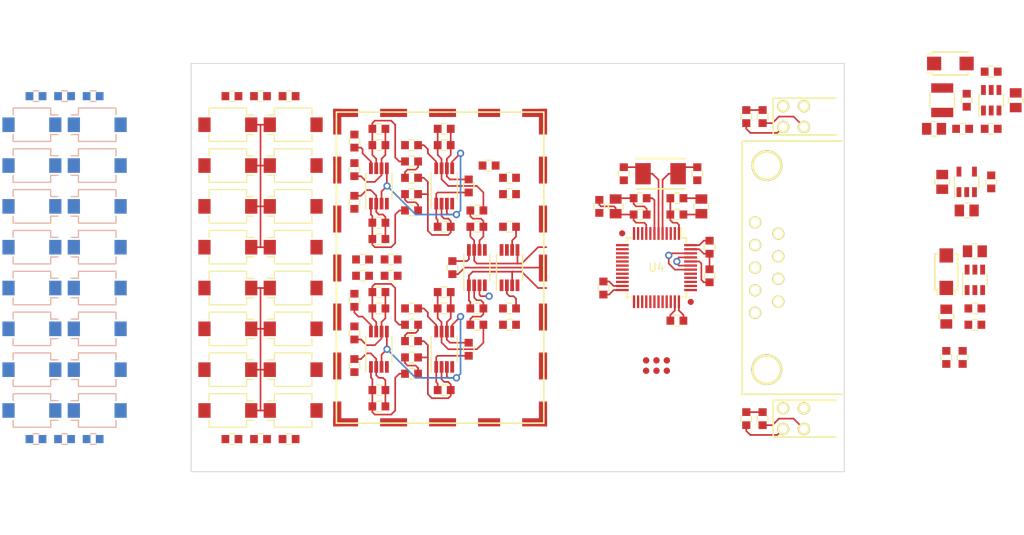
<source format=kicad_pcb>
(kicad_pcb (version 3) (host pcbnew "(2013-07-07 BZR 4022)-stable")
  (layers (15 F.Cu signal) (0 B.Cu signal) (18 B.Paste user) (19 F.Paste user) (20 B.SilkS user hide) (21 F.SilkS user hide) (22 B.Mask user) (23 F.Mask user) (28 Edge.Cuts user))
  (net 0 "")
  (net 1 +3.3V)
  (net 2 +3.3VADC)
  (net 3 +BATT)
  (net 4 "/Detector 1/Det1A")
  (net 5 "/Detector 1/Det1B")
  (net 6 "/Detector 1/Ref")
  (net 7 "/Detector 2/Det2A")
  (net 8 "/Detector 2/Det2B")
  (net 9 /Power/Bst)
  (net 10 /Power/Lx)
  (net 11 /Processor/A1)
  (net 12 /Processor/A2)
  (net 13 /Processor/AOUT)
  (net 14 /Processor/ATHR)
  (net 15 /Processor/BOOT)
  (net 16 /Processor/DAC)
  (net 17 /Processor/DET1)
  (net 18 /Processor/DET2)
  (net 19 /Processor/DI)
  (net 20 /Processor/DO)
  (net 21 /Processor/OSCI)
  (net 22 /Processor/OSCO)
  (net 23 /Processor/SWCLK)
  (net 24 /Processor/SWDIO)
  (net 25 /Processor/THRSH)
  (net 26 /Processor/VLCD)
  (net 27 /Processor/~RST)
  (net 28 GND)
  (net 29 N-0000010)
  (net 30 N-00000100)
  (net 31 N-0000011)
  (net 32 N-0000012)
  (net 33 N-0000013)
  (net 34 N-0000014)
  (net 35 N-0000015)
  (net 36 N-0000016)
  (net 37 N-0000019)
  (net 38 N-0000021)
  (net 39 N-000006)
  (net 40 N-000007)
  (net 41 N-0000074)
  (net 42 N-0000075)
  (net 43 N-0000076)
  (net 44 N-0000077)
  (net 45 N-000008)
  (net 46 N-0000080)
  (net 47 N-0000081)
  (net 48 N-0000082)
  (net 49 N-0000083)
  (net 50 N-0000084)
  (net 51 N-0000085)
  (net 52 N-0000086)
  (net 53 N-0000087)
  (net 54 N-0000088)
  (net 55 N-0000089)
  (net 56 N-000009)
  (net 57 N-0000091)
  (net 58 N-0000092)
  (net 59 N-0000093)
  (net 60 N-0000095)
  (net 61 N-0000096)
  (net 62 N-0000098)
  (net 63 N-0000099)
  (net 64 VAA)
  (net 65 VCOM)
  (module XTAL-2SMD-60x35 (layer F.Cu) (at 184.5 66.5 180)
    (fp_text reference X1 hide)
    (fp_text value 8MHz hide)
    (pad 1 smd rect (at -2.15 0 180) (size 1.9 2.6) (layers F.Cu F.Paste F.Mask) (net 21 /Processor/OSCI))
    (pad 2 smd rect (at 2.15 0 180) (size 1.9 2.6) (layers F.Cu F.Paste F.Mask) (net 22 /Processor/OSCO))
  )
  (module SOT95P280-6N (layer F.Cu) (at 223 79.5)
    (fp_text reference U9 hide)
    (fp_text value MAX5026 hide)
    (pad 1 smd rect (at -0.95 1.255) (size 0.59 1.21) (layers F.Cu F.Paste F.Mask) (net 28 GND))
    (pad 6 smd rect (at -0.95 -1.255) (size 0.59 1.21) (layers F.Cu F.Paste F.Mask) (net 30 N-00000100))
    (pad 3 smd rect (at 0.95 1.255) (size 0.59 1.21) (layers F.Cu F.Paste F.Mask) (net 60 N-0000095))
    (pad 2 smd rect (at 0 1.255) (size 0.59 1.21) (layers F.Cu F.Paste F.Mask) (net 28 GND))
    (pad 4 smd rect (at 0.95 -1.255) (size 0.59 1.21) (layers F.Cu F.Paste F.Mask) (net 3 +BATT))
    (pad 5 smd rect (at 0 -1.255) (size 0.59 1.21) (layers F.Cu F.Paste F.Mask) (net 3 +BATT))
  )
  (module SOT95P280-6N (layer F.Cu) (at 225 57.5)
    (fp_text reference U8 hide)
    (fp_text value AOZ1280 hide)
    (pad 1 smd rect (at -0.95 1.255) (size 0.59 1.21) (layers F.Cu F.Paste F.Mask) (net 9 /Power/Bst))
    (pad 6 smd rect (at -0.95 -1.255) (size 0.59 1.21) (layers F.Cu F.Paste F.Mask) (net 10 /Power/Lx))
    (pad 3 smd rect (at 0.95 1.255) (size 0.59 1.21) (layers F.Cu F.Paste F.Mask) (net 63 N-0000099))
    (pad 2 smd rect (at 0 1.255) (size 0.59 1.21) (layers F.Cu F.Paste F.Mask) (net 28 GND))
    (pad 4 smd rect (at 0.95 -1.255) (size 0.59 1.21) (layers F.Cu F.Paste F.Mask) (net 62 N-0000098))
    (pad 5 smd rect (at 0 -1.255) (size 0.59 1.21) (layers F.Cu F.Paste F.Mask) (net 3 +BATT))
  )
  (module SOT95P280-5N (layer F.Cu) (at 222 67.5)
    (fp_text reference U10 hide)
    (fp_text value TPS73130 hide)
    (pad 1 smd rect (at -0.95 1.255) (size 0.59 1.21) (layers F.Cu F.Paste F.Mask) (net 1 +3.3V))
    (pad 5 smd rect (at -0.95 -1.255) (size 0.59 1.21) (layers F.Cu F.Paste F.Mask) (net 64 VAA))
    (pad 3 smd rect (at 0.95 1.255) (size 0.59 1.21) (layers F.Cu F.Paste F.Mask) (net 1 +3.3V))
    (pad 2 smd rect (at 0 1.255) (size 0.59 1.21) (layers F.Cu F.Paste F.Mask) (net 28 GND))
    (pad 4 smd rect (at 0.95 -1.255) (size 0.59 1.21) (layers F.Cu F.Paste F.Mask) (net 61 N-0000096))
  )
  (module SOP65P490-8N (layer F.Cu) (at 158 88)
    (fp_text reference U7 hide)
    (fp_text value AD8616 hide)
    (pad 1 smd rect (at -0.975 2.165) (size 0.47 1.42) (layers F.Cu F.Paste F.Mask) (net 50 N-0000084))
    (pad 2 smd rect (at -0.325 2.165) (size 0.47 1.42) (layers F.Cu F.Paste F.Mask) (net 52 N-0000086))
    (pad 3 smd rect (at 0.325 2.165) (size 0.47 1.42) (layers F.Cu F.Paste F.Mask) (net 6 "/Detector 1/Ref"))
    (pad 4 smd rect (at 0.975 2.165) (size 0.47 1.42) (layers F.Cu F.Paste F.Mask) (net 28 GND))
    (pad 5 smd rect (at 0.975 -2.165) (size 0.47 1.42) (layers F.Cu F.Paste F.Mask) (net 6 "/Detector 1/Ref"))
    (pad 6 smd rect (at 0.325 -2.165) (size 0.47 1.42) (layers F.Cu F.Paste F.Mask) (net 46 N-0000080))
    (pad 7 smd rect (at -0.325 -2.165) (size 0.47 1.42) (layers F.Cu F.Paste F.Mask) (net 54 N-0000088))
    (pad 8 smd rect (at -0.975 -2.165) (size 0.47 1.42) (layers F.Cu F.Paste F.Mask) (net 64 VAA))
  )
  (module SOP65P490-8N (layer F.Cu) (at 150 88)
    (fp_text reference U6 hide)
    (fp_text value AD8616 hide)
    (pad 1 smd rect (at -0.975 2.165) (size 0.47 1.42) (layers F.Cu F.Paste F.Mask) (net 55 N-0000089))
    (pad 2 smd rect (at -0.325 2.165) (size 0.47 1.42) (layers F.Cu F.Paste F.Mask) (net 57 N-0000091))
    (pad 3 smd rect (at 0.325 2.165) (size 0.47 1.42) (layers F.Cu F.Paste F.Mask) (net 6 "/Detector 1/Ref"))
    (pad 4 smd rect (at 0.975 2.165) (size 0.47 1.42) (layers F.Cu F.Paste F.Mask) (net 28 GND))
    (pad 5 smd rect (at 0.975 -2.165) (size 0.47 1.42) (layers F.Cu F.Paste F.Mask) (net 6 "/Detector 1/Ref"))
    (pad 6 smd rect (at 0.325 -2.165) (size 0.47 1.42) (layers F.Cu F.Paste F.Mask) (net 51 N-0000085))
    (pad 7 smd rect (at -0.325 -2.165) (size 0.47 1.42) (layers F.Cu F.Paste F.Mask) (net 47 N-0000081))
    (pad 8 smd rect (at -0.975 -2.165) (size 0.47 1.42) (layers F.Cu F.Paste F.Mask) (net 64 VAA))
  )
  (module SOP65P490-8N (layer F.Cu) (at 150 68)
    (fp_text reference U1 hide)
    (fp_text value AD8616 hide)
    (pad 1 smd rect (at -0.975 2.165) (size 0.47 1.42) (layers F.Cu F.Paste F.Mask) (net 40 N-000007))
    (pad 2 smd rect (at -0.325 2.165) (size 0.47 1.42) (layers F.Cu F.Paste F.Mask) (net 34 N-0000014))
    (pad 3 smd rect (at 0.325 2.165) (size 0.47 1.42) (layers F.Cu F.Paste F.Mask) (net 6 "/Detector 1/Ref"))
    (pad 4 smd rect (at 0.975 2.165) (size 0.47 1.42) (layers F.Cu F.Paste F.Mask) (net 28 GND))
    (pad 5 smd rect (at 0.975 -2.165) (size 0.47 1.42) (layers F.Cu F.Paste F.Mask) (net 6 "/Detector 1/Ref"))
    (pad 6 smd rect (at 0.325 -2.165) (size 0.47 1.42) (layers F.Cu F.Paste F.Mask) (net 33 N-0000013))
    (pad 7 smd rect (at -0.325 -2.165) (size 0.47 1.42) (layers F.Cu F.Paste F.Mask) (net 56 N-000009))
    (pad 8 smd rect (at -0.975 -2.165) (size 0.47 1.42) (layers F.Cu F.Paste F.Mask) (net 64 VAA))
  )
  (module SOP65P490-8N (layer F.Cu) (at 166 78)
    (fp_text reference U5 hide)
    (fp_text value LM2903DT hide)
    (pad 1 smd rect (at -0.975 2.165) (size 0.47 1.42) (layers F.Cu F.Paste F.Mask) (net 18 /Processor/DET2))
    (pad 2 smd rect (at -0.325 2.165) (size 0.47 1.42) (layers F.Cu F.Paste F.Mask) (net 25 /Processor/THRSH))
    (pad 3 smd rect (at 0.325 2.165) (size 0.47 1.42) (layers F.Cu F.Paste F.Mask) (net 12 /Processor/A2))
    (pad 4 smd rect (at 0.975 2.165) (size 0.47 1.42) (layers F.Cu F.Paste F.Mask) (net 28 GND))
    (pad 5 smd rect (at 0.975 -2.165) (size 0.47 1.42) (layers F.Cu F.Paste F.Mask) (net 11 /Processor/A1))
    (pad 6 smd rect (at 0.325 -2.165) (size 0.47 1.42) (layers F.Cu F.Paste F.Mask) (net 25 /Processor/THRSH))
    (pad 7 smd rect (at -0.325 -2.165) (size 0.47 1.42) (layers F.Cu F.Paste F.Mask) (net 17 /Processor/DET1))
    (pad 8 smd rect (at -0.975 -2.165) (size 0.47 1.42) (layers F.Cu F.Paste F.Mask) (net 1 +3.3V))
  )
  (module SOP65P490-8N (layer F.Cu) (at 162 78)
    (fp_text reference U3 hide)
    (fp_text value AD8616 hide)
    (pad 1 smd rect (at -0.975 2.165) (size 0.47 1.42) (layers F.Cu F.Paste F.Mask) (net 12 /Processor/A2))
    (pad 2 smd rect (at -0.325 2.165) (size 0.47 1.42) (layers F.Cu F.Paste F.Mask) (net 53 N-0000087))
    (pad 3 smd rect (at 0.325 2.165) (size 0.47 1.42) (layers F.Cu F.Paste F.Mask) (net 6 "/Detector 1/Ref"))
    (pad 4 smd rect (at 0.975 2.165) (size 0.47 1.42) (layers F.Cu F.Paste F.Mask) (net 28 GND))
    (pad 5 smd rect (at 0.975 -2.165) (size 0.47 1.42) (layers F.Cu F.Paste F.Mask) (net 6 "/Detector 1/Ref"))
    (pad 6 smd rect (at 0.325 -2.165) (size 0.47 1.42) (layers F.Cu F.Paste F.Mask) (net 36 N-0000016))
    (pad 7 smd rect (at -0.325 -2.165) (size 0.47 1.42) (layers F.Cu F.Paste F.Mask) (net 11 /Processor/A1))
    (pad 8 smd rect (at -0.975 -2.165) (size 0.47 1.42) (layers F.Cu F.Paste F.Mask) (net 64 VAA))
  )
  (module SOP65P490-8N (layer F.Cu) (at 158 68)
    (fp_text reference U2 hide)
    (fp_text value AD8616 hide)
    (pad 1 smd rect (at -0.975 2.165) (size 0.47 1.42) (layers F.Cu F.Paste F.Mask) (net 35 N-0000015))
    (pad 2 smd rect (at -0.325 2.165) (size 0.47 1.42) (layers F.Cu F.Paste F.Mask) (net 32 N-0000012))
    (pad 3 smd rect (at 0.325 2.165) (size 0.47 1.42) (layers F.Cu F.Paste F.Mask) (net 6 "/Detector 1/Ref"))
    (pad 4 smd rect (at 0.975 2.165) (size 0.47 1.42) (layers F.Cu F.Paste F.Mask) (net 28 GND))
    (pad 5 smd rect (at 0.975 -2.165) (size 0.47 1.42) (layers F.Cu F.Paste F.Mask) (net 6 "/Detector 1/Ref"))
    (pad 6 smd rect (at 0.325 -2.165) (size 0.47 1.42) (layers F.Cu F.Paste F.Mask) (net 29 N-0000010))
    (pad 7 smd rect (at -0.325 -2.165) (size 0.47 1.42) (layers F.Cu F.Paste F.Mask) (net 31 N-0000011))
    (pad 8 smd rect (at -0.975 -2.165) (size 0.47 1.42) (layers F.Cu F.Paste F.Mask) (net 64 VAA))
  )
  (module SODFL5126-N (layer F.Cu) (at 219.5 78.5 90)
    (fp_text reference D36 hide)
    (fp_text value CDBA140 hide)
    (pad 2 smd rect (at -1.99 0 90) (size 1.74 1.67) (layers F.Cu F.Paste F.Mask) (net 65 VCOM))
    (pad 1 smd rect (at 1.99 0 90) (size 1.74 1.67) (layers F.Cu F.Paste F.Mask) (net 30 N-00000100))
  )
  (module SODFL5126-N (layer F.Cu) (at 220 53)
    (fp_text reference D35 hide)
    (fp_text value CDBA140 hide)
    (pad 2 smd rect (at -1.99 0) (size 1.74 1.67) (layers F.Cu F.Paste F.Mask) (net 10 /Power/Lx))
    (pad 1 smd rect (at 1.99 0) (size 1.74 1.67) (layers F.Cu F.Paste F.Mask) (net 28 GND))
  )
  (module RESC1608-N (layer F.Cu) (at 162 73 180)
    (fp_text reference R8 hide)
    (fp_text value 100k hide)
    (pad 1 smd rect (at -0.8 0 180) (size 0.95 1) (layers F.Cu F.Paste F.Mask) (net 36 N-0000016))
    (pad 2 smd rect (at 0.8 0 180) (size 0.95 1) (layers F.Cu F.Paste F.Mask) (net 11 /Processor/A1))
  )
  (module RESC1608-N (layer F.Cu) (at 158 61 180)
    (fp_text reference R6 hide)
    (fp_text value 100k hide)
    (pad 1 smd rect (at -0.8 0 180) (size 0.95 1) (layers F.Cu F.Paste F.Mask) (net 29 N-0000010))
    (pad 2 smd rect (at 0.8 0 180) (size 0.95 1) (layers F.Cu F.Paste F.Mask) (net 31 N-0000011))
  )
  (module RESC1608-N (layer F.Cu) (at 225 54)
    (fp_text reference R37 hide)
    (fp_text value 10k hide)
    (pad 1 smd rect (at -0.8 0) (size 0.95 1) (layers F.Cu F.Paste F.Mask) (net 3 +BATT))
    (pad 2 smd rect (at 0.8 0) (size 0.95 1) (layers F.Cu F.Paste F.Mask) (net 62 N-0000098))
  )
  (module RESC1608-N (layer F.Cu) (at 162 71)
    (fp_text reference R7 hide)
    (fp_text value 10k hide)
    (pad 1 smd rect (at -0.8 0) (size 0.95 1) (layers F.Cu F.Paste F.Mask) (net 36 N-0000016))
    (pad 2 smd rect (at 0.8 0) (size 0.95 1) (layers F.Cu F.Paste F.Mask) (net 31 N-0000011))
  )
  (module RESC1608-N (layer F.Cu) (at 161 68 270)
    (fp_text reference R5 hide)
    (fp_text value 10k hide)
    (pad 1 smd rect (at -0.8 0 270) (size 0.95 1) (layers F.Cu F.Paste F.Mask) (net 29 N-0000010))
    (pad 2 smd rect (at 0.8 0 270) (size 0.95 1) (layers F.Cu F.Paste F.Mask) (net 35 N-0000015))
  )
  (module RESC1608-N (layer F.Cu) (at 154 67)
    (fp_text reference R12 hide)
    (fp_text value 10k hide)
    (pad 1 smd rect (at -0.8 0) (size 0.95 1) (layers F.Cu F.Paste F.Mask) (net 45 N-000008))
    (pad 2 smd rect (at 0.8 0) (size 0.95 1) (layers F.Cu F.Paste F.Mask) (net 32 N-0000012))
  )
  (module RESC1608-N (layer F.Cu) (at 154 69 180)
    (fp_text reference R11 hide)
    (fp_text value 10k hide)
    (pad 1 smd rect (at -0.8 0 180) (size 0.95 1) (layers F.Cu F.Paste F.Mask) (net 32 N-0000012))
    (pad 2 smd rect (at 0.8 0 180) (size 0.95 1) (layers F.Cu F.Paste F.Mask) (net 39 N-000006))
  )
  (module RESC1608-N (layer F.Cu) (at 223 83)
    (fp_text reference R39 hide)
    (fp_text value R hide)
    (pad 1 smd rect (at -0.8 0) (size 0.95 1) (layers F.Cu F.Paste F.Mask) (net 28 GND))
    (pad 2 smd rect (at 0.8 0) (size 0.95 1) (layers F.Cu F.Paste F.Mask) (net 60 N-0000095))
  )
  (module RESC1608-N (layer F.Cu) (at 219.5 89 90)
    (fp_text reference R14 hide)
    (fp_text value 10k hide)
    (pad 1 smd rect (at -0.8 0 90) (size 0.95 1) (layers F.Cu F.Paste F.Mask) (net 13 /Processor/AOUT))
    (pad 2 smd rect (at 0.8 0 90) (size 0.95 1) (layers F.Cu F.Paste F.Mask) (net 16 /Processor/DAC))
  )
  (module RESC1608-N (layer F.Cu) (at 166 69)
    (fp_text reference R15 hide)
    (fp_text value 10k hide)
    (pad 1 smd rect (at -0.8 0) (size 0.95 1) (layers F.Cu F.Paste F.Mask) (net 25 /Processor/THRSH))
    (pad 2 smd rect (at 0.8 0) (size 0.95 1) (layers F.Cu F.Paste F.Mask) (net 14 /Processor/ATHR))
  )
  (module RESC1608-N (layer F.Cu) (at 166 67 180)
    (fp_text reference R19 hide)
    (fp_text value 10k hide)
    (pad 1 smd rect (at -0.8 0 180) (size 0.95 1) (layers F.Cu F.Paste F.Mask) (net 1 +3.3V))
    (pad 2 smd rect (at 0.8 0 180) (size 0.95 1) (layers F.Cu F.Paste F.Mask) (net 17 /Processor/DET1))
  )
  (module RESC1608-N (layer F.Cu) (at 225 61 180)
    (fp_text reference R41 hide)
    (fp_text value 15.8k hide)
    (pad 1 smd rect (at -0.8 0 180) (size 0.95 1) (layers F.Cu F.Paste F.Mask) (net 28 GND))
    (pad 2 smd rect (at 0.8 0 180) (size 0.95 1) (layers F.Cu F.Paste F.Mask) (net 63 N-0000099))
  )
  (module RESC1608-N (layer F.Cu) (at 166 85 180)
    (fp_text reference R18 hide)
    (fp_text value 10k hide)
    (pad 1 smd rect (at -0.8 0 180) (size 0.95 1) (layers F.Cu F.Paste F.Mask) (net 1 +3.3V))
    (pad 2 smd rect (at 0.8 0 180) (size 0.95 1) (layers F.Cu F.Paste F.Mask) (net 18 /Processor/DET2))
  )
  (module RESC1608-N (layer F.Cu) (at 186.5 71.5)
    (fp_text reference R17 hide)
    (fp_text value 10k hide)
    (pad 1 smd rect (at -0.8 0) (size 0.95 1) (layers F.Cu F.Paste F.Mask) (net 26 /Processor/VLCD))
    (pad 2 smd rect (at 0.8 0) (size 0.95 1) (layers F.Cu F.Paste F.Mask) (net 1 +3.3V))
  )
  (module RESC1608-N (layer F.Cu) (at 195 96.5 270)
    (fp_text reference R20 hide)
    (fp_text value 150 hide)
    (pad 1 smd rect (at -0.8 0 270) (size 0.95 1) (layers F.Cu F.Paste F.Mask) (net 1 +3.3V))
    (pad 2 smd rect (at 0.8 0 270) (size 0.95 1) (layers F.Cu F.Paste F.Mask) (net 44 N-0000077))
  )
  (module RESC1608-N (layer F.Cu) (at 197 96.5 270)
    (fp_text reference R21 hide)
    (fp_text value 150 hide)
    (pad 1 smd rect (at -0.8 0 270) (size 0.95 1) (layers F.Cu F.Paste F.Mask) (net 1 +3.3V))
    (pad 2 smd rect (at 0.8 0 270) (size 0.95 1) (layers F.Cu F.Paste F.Mask) (net 43 N-0000076))
  )
  (module RESC1608-N (layer F.Cu) (at 195 59.5 270)
    (fp_text reference R22 hide)
    (fp_text value 150 hide)
    (pad 1 smd rect (at -0.8 0 270) (size 0.95 1) (layers F.Cu F.Paste F.Mask) (net 1 +3.3V))
    (pad 2 smd rect (at 0.8 0 270) (size 0.95 1) (layers F.Cu F.Paste F.Mask) (net 42 N-0000075))
  )
  (module RESC1608-N (layer F.Cu) (at 197 59.5 270)
    (fp_text reference R23 hide)
    (fp_text value 150 hide)
    (pad 1 smd rect (at -0.8 0 270) (size 0.95 1) (layers F.Cu F.Paste F.Mask) (net 1 +3.3V))
    (pad 2 smd rect (at 0.8 0 270) (size 0.95 1) (layers F.Cu F.Paste F.Mask) (net 41 N-0000074))
  )
  (module RESC1608-N (layer F.Cu) (at 190.5 79 270)
    (fp_text reference R16 hide)
    (fp_text value 10k hide)
    (pad 1 smd rect (at -0.8 0 270) (size 0.95 1) (layers F.Cu F.Paste F.Mask) (net 28 GND))
    (pad 2 smd rect (at 0.8 0 270) (size 0.95 1) (layers F.Cu F.Paste F.Mask) (net 15 /Processor/BOOT))
  )
  (module RESC1608-N (layer F.Cu) (at 154 87)
    (fp_text reference R35 hide)
    (fp_text value 10k hide)
    (pad 1 smd rect (at -0.8 0) (size 0.95 1) (layers F.Cu F.Paste F.Mask) (net 48 N-0000082))
    (pad 2 smd rect (at 0.8 0) (size 0.95 1) (layers F.Cu F.Paste F.Mask) (net 52 N-0000086))
  )
  (module RESC1608-N (layer B.Cu) (at 115 99)
    (fp_text reference R25 hide)
    (fp_text value 1M hide)
    (pad 1 smd rect (at -0.8 0) (size 0.95 1) (layers B.Cu B.Paste B.Mask) (net 58 N-0000092))
    (pad 2 smd rect (at 0.8 0) (size 0.95 1) (layers B.Cu B.Paste B.Mask) (net 65 VCOM))
  )
  (module RESC1608-N (layer B.Cu) (at 111.5 99)
    (fp_text reference R27 hide)
    (fp_text value 10M hide)
    (pad 1 smd rect (at -0.8 0) (size 0.95 1) (layers B.Cu B.Paste B.Mask) (net 58 N-0000092))
    (pad 2 smd rect (at 0.8 0) (size 0.95 1) (layers B.Cu B.Paste B.Mask) (net 8 "/Detector 2/Det2B"))
  )
  (module RESC1608-N (layer F.Cu) (at 158 93 180)
    (fp_text reference R36 hide)
    (fp_text value 100k hide)
    (pad 1 smd rect (at -0.8 0 180) (size 0.95 1) (layers F.Cu F.Paste F.Mask) (net 52 N-0000086))
    (pad 2 smd rect (at 0.8 0 180) (size 0.95 1) (layers F.Cu F.Paste F.Mask) (net 50 N-0000084))
  )
  (module RESC1608-N (layer B.Cu) (at 111.5 57)
    (fp_text reference R26 hide)
    (fp_text value 10M hide)
    (pad 1 smd rect (at -0.8 0) (size 0.95 1) (layers B.Cu B.Paste B.Mask) (net 59 N-0000093))
    (pad 2 smd rect (at 0.8 0) (size 0.95 1) (layers B.Cu B.Paste B.Mask) (net 7 "/Detector 2/Det2A"))
  )
  (module RESC1608-N (layer B.Cu) (at 115 57)
    (fp_text reference R24 hide)
    (fp_text value 1M hide)
    (pad 1 smd rect (at -0.8 0) (size 0.95 1) (layers B.Cu B.Paste B.Mask) (net 59 N-0000093))
    (pad 2 smd rect (at 0.8 0) (size 0.95 1) (layers B.Cu B.Paste B.Mask) (net 65 VCOM))
  )
  (module RESC1608-N (layer F.Cu) (at 150 95 180)
    (fp_text reference R32 hide)
    (fp_text value 1M hide)
    (pad 1 smd rect (at -0.8 0 180) (size 0.95 1) (layers F.Cu F.Paste F.Mask) (net 57 N-0000091))
    (pad 2 smd rect (at 0.8 0 180) (size 0.95 1) (layers F.Cu F.Paste F.Mask) (net 55 N-0000089))
  )
  (module RESC1608-N (layer F.Cu) (at 135.5 99)
    (fp_text reference R3 hide)
    (fp_text value 10M hide)
    (pad 1 smd rect (at -0.8 0) (size 0.95 1) (layers F.Cu F.Paste F.Mask) (net 38 N-0000021))
    (pad 2 smd rect (at 0.8 0) (size 0.95 1) (layers F.Cu F.Paste F.Mask) (net 4 "/Detector 1/Det1A"))
  )
  (module RESC1608-N (layer F.Cu) (at 139 99)
    (fp_text reference R1 hide)
    (fp_text value 1M hide)
    (pad 1 smd rect (at -0.8 0) (size 0.95 1) (layers F.Cu F.Paste F.Mask) (net 38 N-0000021))
    (pad 2 smd rect (at 0.8 0) (size 0.95 1) (layers F.Cu F.Paste F.Mask) (net 65 VCOM))
  )
  (module RESC1608-N (layer F.Cu) (at 150 81 180)
    (fp_text reference R33 hide)
    (fp_text value 1M hide)
    (pad 1 smd rect (at -0.8 0 180) (size 0.95 1) (layers F.Cu F.Paste F.Mask) (net 51 N-0000085))
    (pad 2 smd rect (at 0.8 0 180) (size 0.95 1) (layers F.Cu F.Paste F.Mask) (net 47 N-0000081))
  )
  (module RESC1608-N (layer F.Cu) (at 154 89 180)
    (fp_text reference R34 hide)
    (fp_text value 10k hide)
    (pad 1 smd rect (at -0.8 0 180) (size 0.95 1) (layers F.Cu F.Paste F.Mask) (net 52 N-0000086))
    (pad 2 smd rect (at 0.8 0 180) (size 0.95 1) (layers F.Cu F.Paste F.Mask) (net 49 N-0000083))
  )
  (module RESC1608-N (layer F.Cu) (at 150 61 180)
    (fp_text reference R10 hide)
    (fp_text value 1M hide)
    (pad 1 smd rect (at -0.8 0 180) (size 0.95 1) (layers F.Cu F.Paste F.Mask) (net 33 N-0000013))
    (pad 2 smd rect (at 0.8 0 180) (size 0.95 1) (layers F.Cu F.Paste F.Mask) (net 56 N-000009))
  )
  (module RESC1608-N (layer F.Cu) (at 161 88 270)
    (fp_text reference R28 hide)
    (fp_text value 10k hide)
    (pad 1 smd rect (at -0.8 0 270) (size 0.95 1) (layers F.Cu F.Paste F.Mask) (net 46 N-0000080))
    (pad 2 smd rect (at 0.8 0 270) (size 0.95 1) (layers F.Cu F.Paste F.Mask) (net 50 N-0000084))
  )
  (module RESC1608-N (layer F.Cu) (at 162 85)
    (fp_text reference R30 hide)
    (fp_text value 10k hide)
    (pad 1 smd rect (at -0.8 0) (size 0.95 1) (layers F.Cu F.Paste F.Mask) (net 53 N-0000087))
    (pad 2 smd rect (at 0.8 0) (size 0.95 1) (layers F.Cu F.Paste F.Mask) (net 54 N-0000088))
  )
  (module RESC1608-N (layer F.Cu) (at 162 83 180)
    (fp_text reference R31 hide)
    (fp_text value 100k hide)
    (pad 1 smd rect (at -0.8 0 180) (size 0.95 1) (layers F.Cu F.Paste F.Mask) (net 53 N-0000087))
    (pad 2 smd rect (at 0.8 0 180) (size 0.95 1) (layers F.Cu F.Paste F.Mask) (net 12 /Processor/A2))
  )
  (module RESC1608-N (layer F.Cu) (at 158 81 180)
    (fp_text reference R29 hide)
    (fp_text value 100k hide)
    (pad 1 smd rect (at -0.8 0 180) (size 0.95 1) (layers F.Cu F.Paste F.Mask) (net 46 N-0000080))
    (pad 2 smd rect (at 0.8 0 180) (size 0.95 1) (layers F.Cu F.Paste F.Mask) (net 54 N-0000088))
  )
  (module RESC1608-N (layer F.Cu) (at 135.5 57)
    (fp_text reference R4 hide)
    (fp_text value 10M hide)
    (pad 1 smd rect (at -0.8 0) (size 0.95 1) (layers F.Cu F.Paste F.Mask) (net 37 N-0000019))
    (pad 2 smd rect (at 0.8 0) (size 0.95 1) (layers F.Cu F.Paste F.Mask) (net 5 "/Detector 1/Det1B"))
  )
  (module RESC1608-N (layer F.Cu) (at 139 57)
    (fp_text reference R2 hide)
    (fp_text value 1M hide)
    (pad 1 smd rect (at -0.8 0) (size 0.95 1) (layers F.Cu F.Paste F.Mask) (net 37 N-0000019))
    (pad 2 smd rect (at 0.8 0) (size 0.95 1) (layers F.Cu F.Paste F.Mask) (net 65 VCOM))
  )
  (module RESC1608-N (layer F.Cu) (at 221.5 61 180)
    (fp_text reference R40 hide)
    (fp_text value 49.9k hide)
    (pad 1 smd rect (at -0.8 0 180) (size 0.95 1) (layers F.Cu F.Paste F.Mask) (net 63 N-0000099))
    (pad 2 smd rect (at 0.8 0 180) (size 0.95 1) (layers F.Cu F.Paste F.Mask) (net 1 +3.3V))
  )
  (module RESC1608-N (layer F.Cu) (at 158 73 180)
    (fp_text reference R13 hide)
    (fp_text value 100k hide)
    (pad 1 smd rect (at -0.8 0 180) (size 0.95 1) (layers F.Cu F.Paste F.Mask) (net 32 N-0000012))
    (pad 2 smd rect (at 0.8 0 180) (size 0.95 1) (layers F.Cu F.Paste F.Mask) (net 35 N-0000015))
  )
  (module RESC1608-N (layer F.Cu) (at 223 85 180)
    (fp_text reference R38 hide)
    (fp_text value R hide)
    (pad 1 smd rect (at -0.8 0 180) (size 0.95 1) (layers F.Cu F.Paste F.Mask) (net 60 N-0000095))
    (pad 2 smd rect (at 0.8 0 180) (size 0.95 1) (layers F.Cu F.Paste F.Mask) (net 65 VCOM))
  )
  (module RESC1608-N (layer F.Cu) (at 150 74.5 180)
    (fp_text reference R9 hide)
    (fp_text value 1M hide)
    (pad 1 smd rect (at -0.8 0 180) (size 0.95 1) (layers F.Cu F.Paste F.Mask) (net 34 N-0000014))
    (pad 2 smd rect (at 0.8 0 180) (size 0.95 1) (layers F.Cu F.Paste F.Mask) (net 40 N-000007))
  )
  (module QFP50P900X900-48N (layer F.Cu) (at 184 78 180)
    (fp_text reference U4 (at 0 0 180) (layer F.SilkS))
    (fp_text value STM32L151C6T6 hide)
    (pad 1 smd rect (at -2.75 4.18 180) (size 0.28 1.56) (layers F.Cu F.Paste F.Mask) (net 26 /Processor/VLCD))
    (pad 2 smd rect (at -2.25 4.18 180) (size 0.28 1.56) (layers F.Cu F.Paste F.Mask))
    (pad 3 smd rect (at -1.75 4.18 180) (size 0.28 1.56) (layers F.Cu F.Paste F.Mask))
    (pad 4 smd rect (at -1.25 4.18 180) (size 0.28 1.56) (layers F.Cu F.Paste F.Mask))
    (pad 5 smd rect (at -0.75 4.18 180) (size 0.28 1.56) (layers F.Cu F.Paste F.Mask) (net 21 /Processor/OSCI))
    (pad 6 smd rect (at -0.25 4.18 180) (size 0.28 1.56) (layers F.Cu F.Paste F.Mask) (net 22 /Processor/OSCO))
    (pad 7 smd rect (at 0.25 4.18 180) (size 0.28 1.56) (layers F.Cu F.Paste F.Mask) (net 27 /Processor/~RST))
    (pad 8 smd rect (at 0.75 4.18 180) (size 0.28 1.56) (layers F.Cu F.Paste F.Mask) (net 28 GND))
    (pad 9 smd rect (at 1.25 4.18 180) (size 0.28 1.56) (layers F.Cu F.Paste F.Mask) (net 2 +3.3VADC))
    (pad 10 smd rect (at 1.75 4.18 180) (size 0.28 1.56) (layers F.Cu F.Paste F.Mask))
    (pad 11 smd rect (at 2.25 4.18 180) (size 0.28 1.56) (layers F.Cu F.Paste F.Mask))
    (pad 12 smd rect (at 2.75 4.18 180) (size 0.28 1.56) (layers F.Cu F.Paste F.Mask))
    (pad 13 smd rect (at 4.18 2.75 270) (size 0.28 1.56) (layers F.Cu F.Paste F.Mask))
    (pad 14 smd rect (at 4.18 2.25 270) (size 0.28 1.56) (layers F.Cu F.Paste F.Mask) (net 14 /Processor/ATHR))
    (pad 15 smd rect (at 4.18 1.75 270) (size 0.28 1.56) (layers F.Cu F.Paste F.Mask) (net 16 /Processor/DAC))
    (pad 16 smd rect (at 4.18 1.25 270) (size 0.28 1.56) (layers F.Cu F.Paste F.Mask))
    (pad 17 smd rect (at 4.18 0.75 270) (size 0.28 1.56) (layers F.Cu F.Paste F.Mask))
    (pad 18 smd rect (at 4.18 0.25 270) (size 0.28 1.56) (layers F.Cu F.Paste F.Mask))
    (pad 19 smd rect (at 4.18 -0.25 270) (size 0.28 1.56) (layers F.Cu F.Paste F.Mask))
    (pad 20 smd rect (at 4.18 -0.75 270) (size 0.28 1.56) (layers F.Cu F.Paste F.Mask))
    (pad 21 smd rect (at 4.18 -1.25 270) (size 0.28 1.56) (layers F.Cu F.Paste F.Mask))
    (pad 22 smd rect (at 4.18 -1.75 270) (size 0.28 1.56) (layers F.Cu F.Paste F.Mask))
    (pad 23 smd rect (at 4.18 -2.25 270) (size 0.28 1.56) (layers F.Cu F.Paste F.Mask) (net 28 GND))
    (pad 24 smd rect (at 4.18 -2.75 270) (size 0.28 1.56) (layers F.Cu F.Paste F.Mask) (net 1 +3.3V))
    (pad 25 smd rect (at 2.75 -4.18 180) (size 0.28 1.56) (layers F.Cu F.Paste F.Mask))
    (pad 26 smd rect (at 2.25 -4.18 180) (size 0.28 1.56) (layers F.Cu F.Paste F.Mask))
    (pad 27 smd rect (at 1.75 -4.18 180) (size 0.28 1.56) (layers F.Cu F.Paste F.Mask))
    (pad 28 smd rect (at 1.25 -4.18 180) (size 0.28 1.56) (layers F.Cu F.Paste F.Mask))
    (pad 29 smd rect (at 0.75 -4.18 180) (size 0.28 1.56) (layers F.Cu F.Paste F.Mask))
    (pad 30 smd rect (at 0.25 -4.18 180) (size 0.28 1.56) (layers F.Cu F.Paste F.Mask))
    (pad 31 smd rect (at -0.25 -4.18 180) (size 0.28 1.56) (layers F.Cu F.Paste F.Mask))
    (pad 32 smd rect (at -0.75 -4.18 180) (size 0.28 1.56) (layers F.Cu F.Paste F.Mask))
    (pad 33 smd rect (at -1.25 -4.18 180) (size 0.28 1.56) (layers F.Cu F.Paste F.Mask))
    (pad 34 smd rect (at -1.75 -4.18 180) (size 0.28 1.56) (layers F.Cu F.Paste F.Mask) (net 24 /Processor/SWDIO))
    (pad 35 smd rect (at -2.25 -4.18 180) (size 0.28 1.56) (layers F.Cu F.Paste F.Mask) (net 28 GND))
    (pad 36 smd rect (at -2.75 -4.18 180) (size 0.28 1.56) (layers F.Cu F.Paste F.Mask) (net 1 +3.3V))
    (pad 37 smd rect (at -4.18 -2.75 270) (size 0.28 1.56) (layers F.Cu F.Paste F.Mask) (net 23 /Processor/SWCLK))
    (pad 38 smd rect (at -4.18 -2.25 270) (size 0.28 1.56) (layers F.Cu F.Paste F.Mask))
    (pad 39 smd rect (at -4.18 -1.75 270) (size 0.28 1.56) (layers F.Cu F.Paste F.Mask))
    (pad 40 smd rect (at -4.18 -1.25 270) (size 0.28 1.56) (layers F.Cu F.Paste F.Mask))
    (pad 41 smd rect (at -4.18 -0.75 270) (size 0.28 1.56) (layers F.Cu F.Paste F.Mask))
    (pad 42 smd rect (at -4.18 -0.25 270) (size 0.28 1.56) (layers F.Cu F.Paste F.Mask) (net 20 /Processor/DO))
    (pad 43 smd rect (at -4.18 0.25 270) (size 0.28 1.56) (layers F.Cu F.Paste F.Mask) (net 19 /Processor/DI))
    (pad 44 smd rect (at -4.18 0.75 270) (size 0.28 1.56) (layers F.Cu F.Paste F.Mask) (net 15 /Processor/BOOT))
    (pad 45 smd rect (at -4.18 1.25 270) (size 0.28 1.56) (layers F.Cu F.Paste F.Mask) (net 19 /Processor/DI))
    (pad 46 smd rect (at -4.18 1.75 270) (size 0.28 1.56) (layers F.Cu F.Paste F.Mask) (net 20 /Processor/DO))
    (pad 47 smd rect (at -4.18 2.25 270) (size 0.28 1.56) (layers F.Cu F.Paste F.Mask) (net 28 GND))
    (pad 48 smd rect (at -4.18 2.75 270) (size 0.28 1.56) (layers F.Cu F.Paste F.Mask) (net 1 +3.3V))
    (pad F1 smd circle (at 4.2 4.2 180) (size 0.75 0.75) (layers F.Cu F.Mask) (clearance 0.375))
    (pad F2 smd circle (at -4.2 -4.2 180) (size 0.75 0.75) (layers F.Cu F.Mask) (clearance 0.375))
  )
  (module LED-DUAL-VERT-300 (layer F.Cu) (at 206.5 59.5 90)
    (fp_text reference D18 hide)
    (fp_text value LED-DUAL hide)
    (pad 1 thru_hole circle (at -1.27 -6.98 90) (size 1.5 1.5) (drill 1) (layers *.Cu *.Mask F.SilkS) (net 42 N-0000075))
    (pad 2 thru_hole circle (at 1.27 -6.98 90) (size 1.5 1.5) (drill 1) (layers *.Cu *.Mask F.SilkS))
    (pad 3 thru_hole circle (at -1.27 -4.44 90) (size 1.5 1.5) (drill 1) (layers *.Cu *.Mask F.SilkS) (net 41 N-0000074))
    (pad 4 thru_hole circle (at 1.27 -4.44 90) (size 1.5 1.5) (drill 1) (layers *.Cu *.Mask F.SilkS))
  )
  (module LED-DUAL-VERT-300 (layer F.Cu) (at 206.5 96.5 90)
    (fp_text reference D17 hide)
    (fp_text value LED-DUAL hide)
    (pad 1 thru_hole circle (at -1.27 -6.98 90) (size 1.5 1.5) (drill 1) (layers *.Cu *.Mask F.SilkS) (net 44 N-0000077))
    (pad 2 thru_hole circle (at 1.27 -6.98 90) (size 1.5 1.5) (drill 1) (layers *.Cu *.Mask F.SilkS))
    (pad 3 thru_hole circle (at -1.27 -4.44 90) (size 1.5 1.5) (drill 1) (layers *.Cu *.Mask F.SilkS) (net 43 N-0000076))
    (pad 4 thru_hole circle (at 1.27 -4.44 90) (size 1.5 1.5) (drill 1) (layers *.Cu *.Mask F.SilkS))
  )
  (module INDC3225-N (layer F.Cu) (at 219 57.5 270)
    (fp_text reference L2 hide)
    (fp_text value 10uH hide)
    (pad 1 smd rect (at -1.5 0 270) (size 1.15 2.7) (layers F.Cu F.Paste F.Mask) (net 10 /Power/Lx))
    (pad 2 smd rect (at 1.5 0 270) (size 1.15 2.7) (layers F.Cu F.Paste F.Mask) (net 1 +3.3V))
  )
  (module INDC1608-N (layer F.Cu) (at 177 70.5 270)
    (fp_text reference FB1 hide)
    (fp_text value FERRITE hide)
    (pad 1 smd rect (at -0.8 0 270) (size 0.95 1) (layers F.Cu F.Paste F.Mask) (net 2 +3.3VADC))
    (pad 2 smd rect (at 0.8 0 270) (size 0.95 1) (layers F.Cu F.Paste F.Mask) (net 1 +3.3V))
  )
  (module DIOC-BPW34R (layer B.Cu) (at 115.5 90.5 180)
    (fp_text reference D30 hide)
    (fp_text value VBPW34FASR hide)
    (pad 1 smd rect (at -2.865 0 180) (size 1.5 1.79) (layers B.Cu B.Paste B.Mask) (net 28 GND))
    (pad 2 smd rect (at 2.865 0 180) (size 1.5 1.79) (layers B.Cu B.Paste B.Mask) (net 8 "/Detector 2/Det2B"))
  )
  (module DIOC-BPW34R (layer B.Cu) (at 107.5 75.5)
    (fp_text reference D31 hide)
    (fp_text value VBPW34FASR hide)
    (pad 1 smd rect (at -2.865 0) (size 1.5 1.79) (layers B.Cu B.Paste B.Mask) (net 28 GND))
    (pad 2 smd rect (at 2.865 0) (size 1.5 1.79) (layers B.Cu B.Paste B.Mask) (net 7 "/Detector 2/Det2A"))
  )
  (module DIOC-BPW34R (layer B.Cu) (at 115.5 70.5 180)
    (fp_text reference D29 hide)
    (fp_text value VBPW34FASR hide)
    (pad 1 smd rect (at -2.865 0 180) (size 1.5 1.79) (layers B.Cu B.Paste B.Mask) (net 28 GND))
    (pad 2 smd rect (at 2.865 0 180) (size 1.5 1.79) (layers B.Cu B.Paste B.Mask) (net 7 "/Detector 2/Det2A"))
  )
  (module DIOC-BPW34R (layer B.Cu) (at 107.5 70.5)
    (fp_text reference D27 hide)
    (fp_text value VBPW34FASR hide)
    (pad 1 smd rect (at -2.865 0) (size 1.5 1.79) (layers B.Cu B.Paste B.Mask) (net 28 GND))
    (pad 2 smd rect (at 2.865 0) (size 1.5 1.79) (layers B.Cu B.Paste B.Mask) (net 7 "/Detector 2/Det2A"))
  )
  (module DIOC-BPW34R (layer B.Cu) (at 115.5 65.5 180)
    (fp_text reference D25 hide)
    (fp_text value VBPW34FASR hide)
    (pad 1 smd rect (at -2.865 0 180) (size 1.5 1.79) (layers B.Cu B.Paste B.Mask) (net 28 GND))
    (pad 2 smd rect (at 2.865 0 180) (size 1.5 1.79) (layers B.Cu B.Paste B.Mask) (net 7 "/Detector 2/Det2A"))
  )
  (module DIOC-BPW34R (layer B.Cu) (at 107.5 65.5)
    (fp_text reference D23 hide)
    (fp_text value VBPW34FASR hide)
    (pad 1 smd rect (at -2.865 0) (size 1.5 1.79) (layers B.Cu B.Paste B.Mask) (net 28 GND))
    (pad 2 smd rect (at 2.865 0) (size 1.5 1.79) (layers B.Cu B.Paste B.Mask) (net 7 "/Detector 2/Det2A"))
  )
  (module DIOC-BPW34R (layer B.Cu) (at 115.5 60.5 180)
    (fp_text reference D21 hide)
    (fp_text value VBPW34FASR hide)
    (pad 1 smd rect (at -2.865 0 180) (size 1.5 1.79) (layers B.Cu B.Paste B.Mask) (net 28 GND))
    (pad 2 smd rect (at 2.865 0 180) (size 1.5 1.79) (layers B.Cu B.Paste B.Mask) (net 7 "/Detector 2/Det2A"))
  )
  (module DIOC-BPW34R (layer B.Cu) (at 107.5 60.5)
    (fp_text reference D19 hide)
    (fp_text value VBPW34FASR hide)
    (pad 1 smd rect (at -2.865 0) (size 1.5 1.79) (layers B.Cu B.Paste B.Mask) (net 28 GND))
    (pad 2 smd rect (at 2.865 0) (size 1.5 1.79) (layers B.Cu B.Paste B.Mask) (net 7 "/Detector 2/Det2A"))
  )
  (module DIOC-BPW34R (layer F.Cu) (at 139.5 85.5 180)
    (fp_text reference D7 hide)
    (fp_text value VBPW34FASR hide)
    (pad 1 smd rect (at -2.865 0 180) (size 1.5 1.79) (layers F.Cu F.Paste F.Mask) (net 28 GND))
    (pad 2 smd rect (at 2.865 0 180) (size 1.5 1.79) (layers F.Cu F.Paste F.Mask) (net 4 "/Detector 1/Det1A"))
  )
  (module DIOC-BPW34R (layer F.Cu) (at 131.5 90.5)
    (fp_text reference D9 hide)
    (fp_text value VBPW34FASR hide)
    (pad 1 smd rect (at -2.865 0) (size 1.5 1.79) (layers F.Cu F.Paste F.Mask) (net 28 GND))
    (pad 2 smd rect (at 2.865 0) (size 1.5 1.79) (layers F.Cu F.Paste F.Mask) (net 4 "/Detector 1/Det1A"))
  )
  (module DIOC-BPW34R (layer B.Cu) (at 115.5 95.5 180)
    (fp_text reference D34 hide)
    (fp_text value VBPW34FASR hide)
    (pad 1 smd rect (at -2.865 0 180) (size 1.5 1.79) (layers B.Cu B.Paste B.Mask) (net 28 GND))
    (pad 2 smd rect (at 2.865 0 180) (size 1.5 1.79) (layers B.Cu B.Paste B.Mask) (net 8 "/Detector 2/Det2B"))
  )
  (module DIOC-BPW34R (layer B.Cu) (at 107.5 95.5)
    (fp_text reference D32 hide)
    (fp_text value VBPW34FASR hide)
    (pad 1 smd rect (at -2.865 0) (size 1.5 1.79) (layers B.Cu B.Paste B.Mask) (net 28 GND))
    (pad 2 smd rect (at 2.865 0) (size 1.5 1.79) (layers B.Cu B.Paste B.Mask) (net 8 "/Detector 2/Det2B"))
  )
  (module DIOC-BPW34R (layer F.Cu) (at 139.5 95.5 180)
    (fp_text reference D15 hide)
    (fp_text value VBPW34FASR hide)
    (pad 1 smd rect (at -2.865 0 180) (size 1.5 1.79) (layers F.Cu F.Paste F.Mask) (net 28 GND))
    (pad 2 smd rect (at 2.865 0 180) (size 1.5 1.79) (layers F.Cu F.Paste F.Mask) (net 4 "/Detector 1/Det1A"))
  )
  (module DIOC-BPW34R (layer B.Cu) (at 107.5 90.5)
    (fp_text reference D28 hide)
    (fp_text value VBPW34FASR hide)
    (pad 1 smd rect (at -2.865 0) (size 1.5 1.79) (layers B.Cu B.Paste B.Mask) (net 28 GND))
    (pad 2 smd rect (at 2.865 0) (size 1.5 1.79) (layers B.Cu B.Paste B.Mask) (net 8 "/Detector 2/Det2B"))
  )
  (module DIOC-BPW34R (layer B.Cu) (at 115.5 85.5 180)
    (fp_text reference D26 hide)
    (fp_text value VBPW34FASR hide)
    (pad 1 smd rect (at -2.865 0 180) (size 1.5 1.79) (layers B.Cu B.Paste B.Mask) (net 28 GND))
    (pad 2 smd rect (at 2.865 0 180) (size 1.5 1.79) (layers B.Cu B.Paste B.Mask) (net 8 "/Detector 2/Det2B"))
  )
  (module DIOC-BPW34R (layer B.Cu) (at 107.5 85.5)
    (fp_text reference D24 hide)
    (fp_text value VBPW34FASR hide)
    (pad 1 smd rect (at -2.865 0) (size 1.5 1.79) (layers B.Cu B.Paste B.Mask) (net 28 GND))
    (pad 2 smd rect (at 2.865 0) (size 1.5 1.79) (layers B.Cu B.Paste B.Mask) (net 8 "/Detector 2/Det2B"))
  )
  (module DIOC-BPW34R (layer B.Cu) (at 115.5 80.5 180)
    (fp_text reference D22 hide)
    (fp_text value VBPW34FASR hide)
    (pad 1 smd rect (at -2.865 0 180) (size 1.5 1.79) (layers B.Cu B.Paste B.Mask) (net 28 GND))
    (pad 2 smd rect (at 2.865 0 180) (size 1.5 1.79) (layers B.Cu B.Paste B.Mask) (net 8 "/Detector 2/Det2B"))
  )
  (module DIOC-BPW34R (layer B.Cu) (at 107.5 80.5)
    (fp_text reference D20 hide)
    (fp_text value VBPW34FASR hide)
    (pad 1 smd rect (at -2.865 0) (size 1.5 1.79) (layers B.Cu B.Paste B.Mask) (net 28 GND))
    (pad 2 smd rect (at 2.865 0) (size 1.5 1.79) (layers B.Cu B.Paste B.Mask) (net 8 "/Detector 2/Det2B"))
  )
  (module DIOC-BPW34R (layer F.Cu) (at 139.5 90.5 180)
    (fp_text reference D11 hide)
    (fp_text value VBPW34FASR hide)
    (pad 1 smd rect (at -2.865 0 180) (size 1.5 1.79) (layers F.Cu F.Paste F.Mask) (net 28 GND))
    (pad 2 smd rect (at 2.865 0 180) (size 1.5 1.79) (layers F.Cu F.Paste F.Mask) (net 4 "/Detector 1/Det1A"))
  )
  (module DIOC-BPW34R (layer F.Cu) (at 131.5 95.5)
    (fp_text reference D13 hide)
    (fp_text value VBPW34FASR hide)
    (pad 1 smd rect (at -2.865 0) (size 1.5 1.79) (layers F.Cu F.Paste F.Mask) (net 28 GND))
    (pad 2 smd rect (at 2.865 0) (size 1.5 1.79) (layers F.Cu F.Paste F.Mask) (net 4 "/Detector 1/Det1A"))
  )
  (module DIOC-BPW34R (layer B.Cu) (at 115.5 75.5 180)
    (fp_text reference D33 hide)
    (fp_text value VBPW34FASR hide)
    (pad 1 smd rect (at -2.865 0 180) (size 1.5 1.79) (layers B.Cu B.Paste B.Mask) (net 28 GND))
    (pad 2 smd rect (at 2.865 0 180) (size 1.5 1.79) (layers B.Cu B.Paste B.Mask) (net 7 "/Detector 2/Det2A"))
  )
  (module DIOC-BPW34R (layer F.Cu) (at 131.5 60.5)
    (fp_text reference D2 hide)
    (fp_text value VBPW34FASR hide)
    (pad 1 smd rect (at -2.865 0) (size 1.5 1.79) (layers F.Cu F.Paste F.Mask) (net 28 GND))
    (pad 2 smd rect (at 2.865 0) (size 1.5 1.79) (layers F.Cu F.Paste F.Mask) (net 5 "/Detector 1/Det1B"))
  )
  (module DIOC-BPW34R (layer F.Cu) (at 139.5 60.5 180)
    (fp_text reference D4 hide)
    (fp_text value VBPW34FASR hide)
    (pad 1 smd rect (at -2.865 0 180) (size 1.5 1.79) (layers F.Cu F.Paste F.Mask) (net 28 GND))
    (pad 2 smd rect (at 2.865 0 180) (size 1.5 1.79) (layers F.Cu F.Paste F.Mask) (net 5 "/Detector 1/Det1B"))
  )
  (module DIOC-BPW34R (layer F.Cu) (at 131.5 65.5)
    (fp_text reference D6 hide)
    (fp_text value VBPW34FASR hide)
    (pad 1 smd rect (at -2.865 0) (size 1.5 1.79) (layers F.Cu F.Paste F.Mask) (net 28 GND))
    (pad 2 smd rect (at 2.865 0) (size 1.5 1.79) (layers F.Cu F.Paste F.Mask) (net 5 "/Detector 1/Det1B"))
  )
  (module DIOC-BPW34R (layer F.Cu) (at 139.5 65.5 180)
    (fp_text reference D8 hide)
    (fp_text value VBPW34FASR hide)
    (pad 1 smd rect (at -2.865 0 180) (size 1.5 1.79) (layers F.Cu F.Paste F.Mask) (net 28 GND))
    (pad 2 smd rect (at 2.865 0 180) (size 1.5 1.79) (layers F.Cu F.Paste F.Mask) (net 5 "/Detector 1/Det1B"))
  )
  (module DIOC-BPW34R (layer F.Cu) (at 131.5 70.5)
    (fp_text reference D10 hide)
    (fp_text value VBPW34FASR hide)
    (pad 1 smd rect (at -2.865 0) (size 1.5 1.79) (layers F.Cu F.Paste F.Mask) (net 28 GND))
    (pad 2 smd rect (at 2.865 0) (size 1.5 1.79) (layers F.Cu F.Paste F.Mask) (net 5 "/Detector 1/Det1B"))
  )
  (module DIOC-BPW34R (layer F.Cu) (at 139.5 70.5 180)
    (fp_text reference D12 hide)
    (fp_text value VBPW34FASR hide)
    (pad 1 smd rect (at -2.865 0 180) (size 1.5 1.79) (layers F.Cu F.Paste F.Mask) (net 28 GND))
    (pad 2 smd rect (at 2.865 0 180) (size 1.5 1.79) (layers F.Cu F.Paste F.Mask) (net 5 "/Detector 1/Det1B"))
  )
  (module DIOC-BPW34R (layer F.Cu) (at 131.5 75.5)
    (fp_text reference D14 hide)
    (fp_text value VBPW34FASR hide)
    (pad 1 smd rect (at -2.865 0) (size 1.5 1.79) (layers F.Cu F.Paste F.Mask) (net 28 GND))
    (pad 2 smd rect (at 2.865 0) (size 1.5 1.79) (layers F.Cu F.Paste F.Mask) (net 5 "/Detector 1/Det1B"))
  )
  (module DIOC-BPW34R (layer F.Cu) (at 139.5 75.5 180)
    (fp_text reference D16 hide)
    (fp_text value VBPW34FASR hide)
    (pad 1 smd rect (at -2.865 0 180) (size 1.5 1.79) (layers F.Cu F.Paste F.Mask) (net 28 GND))
    (pad 2 smd rect (at 2.865 0 180) (size 1.5 1.79) (layers F.Cu F.Paste F.Mask) (net 5 "/Detector 1/Det1B"))
  )
  (module DIOC-BPW34R (layer F.Cu) (at 131.5 80.5)
    (fp_text reference D1 hide)
    (fp_text value VBPW34FASR hide)
    (pad 1 smd rect (at -2.865 0) (size 1.5 1.79) (layers F.Cu F.Paste F.Mask) (net 28 GND))
    (pad 2 smd rect (at 2.865 0) (size 1.5 1.79) (layers F.Cu F.Paste F.Mask) (net 4 "/Detector 1/Det1A"))
  )
  (module DIOC-BPW34R (layer F.Cu) (at 139.5 80.5 180)
    (fp_text reference D3 hide)
    (fp_text value VBPW34FASR hide)
    (pad 1 smd rect (at -2.865 0 180) (size 1.5 1.79) (layers F.Cu F.Paste F.Mask) (net 28 GND))
    (pad 2 smd rect (at 2.865 0 180) (size 1.5 1.79) (layers F.Cu F.Paste F.Mask) (net 4 "/Detector 1/Det1A"))
  )
  (module DIOC-BPW34R (layer F.Cu) (at 131.5 85.5)
    (fp_text reference D5 hide)
    (fp_text value VBPW34FASR hide)
    (pad 1 smd rect (at -2.865 0) (size 1.5 1.79) (layers F.Cu F.Paste F.Mask) (net 28 GND))
    (pad 2 smd rect (at 2.865 0) (size 1.5 1.79) (layers F.Cu F.Paste F.Mask) (net 4 "/Detector 1/Det1A"))
  )
  (module CONN-TE-1734354 (layer F.Cu) (at 207 78 90)
    (fp_text reference J2 hide)
    (fp_text value CONN-9 hide)
    (pad 1 thru_hole circle (at 5.54 -10.92 90) (size 1.49 1.49) (drill 1.09) (layers *.Cu *.Mask F.SilkS))
    (pad 2 thru_hole circle (at 2.77 -10.92 90) (size 1.49 1.49) (drill 1.09) (layers *.Cu *.Mask F.SilkS) (net 20 /Processor/DO))
    (pad 3 thru_hole circle (at 0 -10.92 90) (size 1.49 1.49) (drill 1.09) (layers *.Cu *.Mask F.SilkS) (net 19 /Processor/DI))
    (pad 4 thru_hole circle (at -2.77 -10.92 90) (size 1.49 1.49) (drill 1.09) (layers *.Cu *.Mask F.SilkS) (net 3 +BATT))
    (pad 5 thru_hole circle (at -5.54 -10.92 90) (size 1.49 1.49) (drill 1.09) (layers *.Cu *.Mask F.SilkS) (net 28 GND))
    (pad 6 thru_hole circle (at 4.155 -8.08 90) (size 1.49 1.49) (drill 1.09) (layers *.Cu *.Mask F.SilkS) (net 13 /Processor/AOUT))
    (pad 7 thru_hole circle (at 1.385 -8.08 90) (size 1.49 1.49) (drill 1.09) (layers *.Cu *.Mask F.SilkS))
    (pad 8 thru_hole circle (at -1.385 -8.08 90) (size 1.49 1.49) (drill 1.09) (layers *.Cu *.Mask F.SilkS))
    (pad 9 thru_hole circle (at -4.155 -8.08 90) (size 1.49 1.49) (drill 1.09) (layers *.Cu *.Mask F.SilkS))
    (pad "" thru_hole circle (at 12.495 -9.48 90) (size 3.78 3.78) (drill 3.18) (layers *.Cu *.Mask F.SilkS))
    (pad "" thru_hole circle (at -12.495 -9.5 90) (size 3.78 3.78) (drill 3.18) (layers *.Cu *.Mask F.SilkS))
  )
  (module CONN-TC-2030-NL (layer F.Cu) (at 184 90)
    (fp_text reference J1 hide)
    (fp_text value ICSP-CORTEX hide)
    (pad 1 smd circle (at -1.27 0.635) (size 0.787 0.787) (layers F.Cu F.Mask) (net 1 +3.3V))
    (pad 2 smd circle (at -1.27 -0.635) (size 0.787 0.787) (layers F.Cu F.Mask) (net 24 /Processor/SWDIO))
    (pad 3 smd circle (at 0 0.635) (size 0.787 0.787) (layers F.Cu F.Mask) (net 27 /Processor/~RST))
    (pad 4 smd circle (at 0 -0.635) (size 0.787 0.787) (layers F.Cu F.Mask) (net 23 /Processor/SWCLK))
    (pad 5 smd circle (at 1.27 0.635) (size 0.787 0.787) (layers F.Cu F.Mask) (net 28 GND))
    (pad 6 smd circle (at 1.27 -0.635) (size 0.787 0.787) (layers F.Cu F.Mask))
    (pad "" np_thru_hole circle (at -2.54 0) (size 0.991 0.991) (drill 0.991) (layers *.Cu *.Mask F.SilkS))
    (pad "" np_thru_hole circle (at 2.54 1.016) (size 0.991 0.991) (drill 0.991) (layers *.Cu *.Mask F.SilkS))
    (pad "" np_thru_hole circle (at 2.54 -1.016) (size 0.991 0.991) (drill 0.991) (layers *.Cu *.Mask F.SilkS))
  )
  (module CAPC2012-N (layer F.Cu) (at 219 67.5 270)
    (fp_text reference C46 hide)
    (fp_text value 1uF hide)
    (pad 1 smd rect (at -0.9 0 270) (size 1.15 1.45) (layers F.Cu F.Paste F.Mask) (net 64 VAA))
    (pad 2 smd rect (at 0.9 0 270) (size 1.15 1.45) (layers F.Cu F.Paste F.Mask) (net 28 GND))
  )
  (module CAPC2012-N (layer F.Cu) (at 222 71)
    (fp_text reference C44 hide)
    (fp_text value 1uF hide)
    (pad 1 smd rect (at -0.9 0) (size 1.15 1.45) (layers F.Cu F.Paste F.Mask) (net 1 +3.3V))
    (pad 2 smd rect (at 0.9 0) (size 1.15 1.45) (layers F.Cu F.Paste F.Mask) (net 28 GND))
  )
  (module CAPC2012-N (layer F.Cu) (at 219.5 84 270)
    (fp_text reference C42 hide)
    (fp_text value 1uF hide)
    (pad 1 smd rect (at -0.9 0 270) (size 1.15 1.45) (layers F.Cu F.Paste F.Mask) (net 65 VCOM))
    (pad 2 smd rect (at 0.9 0 270) (size 1.15 1.45) (layers F.Cu F.Paste F.Mask) (net 28 GND))
  )
  (module CAPC2012-N (layer F.Cu) (at 218 61 180)
    (fp_text reference C43 hide)
    (fp_text value 10uF hide)
    (pad 1 smd rect (at -0.9 0 180) (size 1.15 1.45) (layers F.Cu F.Paste F.Mask) (net 1 +3.3V))
    (pad 2 smd rect (at 0.9 0 180) (size 1.15 1.45) (layers F.Cu F.Paste F.Mask) (net 28 GND))
  )
  (module CAPC2012-N (layer F.Cu) (at 228 57.5 270)
    (fp_text reference C39 hide)
    (fp_text value 10uF hide)
    (pad 1 smd rect (at -0.9 0 270) (size 1.15 1.45) (layers F.Cu F.Paste F.Mask) (net 3 +BATT))
    (pad 2 smd rect (at 0.9 0 270) (size 1.15 1.45) (layers F.Cu F.Paste F.Mask) (net 28 GND))
  )
  (module CAPC2012-N (layer F.Cu) (at 223 76)
    (fp_text reference C40 hide)
    (fp_text value 10uF hide)
    (pad 1 smd rect (at -0.9 0) (size 1.15 1.45) (layers F.Cu F.Paste F.Mask) (net 3 +BATT))
    (pad 2 smd rect (at 0.9 0) (size 1.15 1.45) (layers F.Cu F.Paste F.Mask) (net 28 GND))
  )
  (module CAPC2012-N (layer F.Cu) (at 189.5 70.5 90)
    (fp_text reference C16 hide)
    (fp_text value 10uF hide)
    (pad 1 smd rect (at -0.9 0 90) (size 1.15 1.45) (layers F.Cu F.Paste F.Mask) (net 1 +3.3V))
    (pad 2 smd rect (at 0.9 0 90) (size 1.15 1.45) (layers F.Cu F.Paste F.Mask) (net 28 GND))
  )
  (module CAPC2012-N (layer F.Cu) (at 179 70.5 90)
    (fp_text reference C14 hide)
    (fp_text value 1uF hide)
    (pad 1 smd rect (at -0.9 0 90) (size 1.15 1.45) (layers F.Cu F.Paste F.Mask) (net 2 +3.3VADC))
    (pad 2 smd rect (at 0.9 0 90) (size 1.15 1.45) (layers F.Cu F.Paste F.Mask) (net 28 GND))
  )
  (module CAPC1608-N (layer F.Cu) (at 158 63 180)
    (fp_text reference C3 hide)
    (fp_text value 1000pF hide)
    (pad 1 smd rect (at -0.8 0 180) (size 0.95 1) (layers F.Cu F.Paste F.Mask) (net 29 N-0000010))
    (pad 2 smd rect (at 0.8 0 180) (size 0.95 1) (layers F.Cu F.Paste F.Mask) (net 31 N-0000011))
  )
  (module CAPC1608-N (layer F.Cu) (at 177.5 80.5 90)
    (fp_text reference C18 hide)
    (fp_text value 0.1uF hide)
    (pad 1 smd rect (at -0.8 0 90) (size 0.95 1) (layers F.Cu F.Paste F.Mask) (net 1 +3.3V))
    (pad 2 smd rect (at 0.8 0 90) (size 0.95 1) (layers F.Cu F.Paste F.Mask) (net 28 GND))
  )
  (module CAPC1608-N (layer F.Cu) (at 182 71.5)
    (fp_text reference C13 hide)
    (fp_text value 0.1uF hide)
    (pad 1 smd rect (at -0.8 0) (size 0.95 1) (layers F.Cu F.Paste F.Mask) (net 2 +3.3VADC))
    (pad 2 smd rect (at 0.8 0) (size 0.95 1) (layers F.Cu F.Paste F.Mask) (net 28 GND))
  )
  (module CAPC1608-N (layer F.Cu) (at 189 66.5 270)
    (fp_text reference C22 hide)
    (fp_text value 33pF hide)
    (pad 1 smd rect (at -0.8 0 270) (size 0.95 1) (layers F.Cu F.Paste F.Mask) (net 21 /Processor/OSCI))
    (pad 2 smd rect (at 0.8 0 270) (size 0.95 1) (layers F.Cu F.Paste F.Mask) (net 28 GND))
  )
  (module CAPC1608-N (layer F.Cu) (at 147 62.5 90)
    (fp_text reference C9 hide)
    (fp_text value 0.1uF hide)
    (pad 1 smd rect (at -0.8 0 90) (size 0.95 1) (layers F.Cu F.Paste F.Mask) (net 64 VAA))
    (pad 2 smd rect (at 0.8 0 90) (size 0.95 1) (layers F.Cu F.Paste F.Mask) (net 28 GND))
  )
  (module CAPC1608-N (layer F.Cu) (at 222 57.5 90)
    (fp_text reference C41 hide)
    (fp_text value 0.01uF hide)
    (pad 1 smd rect (at -0.8 0 90) (size 0.95 1) (layers F.Cu F.Paste F.Mask) (net 9 /Power/Bst))
    (pad 2 smd rect (at 0.8 0 90) (size 0.95 1) (layers F.Cu F.Paste F.Mask) (net 10 /Power/Lx))
  )
  (module CAPC1608-N (layer F.Cu) (at 154 63 180)
    (fp_text reference C12 hide)
    (fp_text value 0.1uF hide)
    (pad 1 smd rect (at -0.8 0 180) (size 0.95 1) (layers F.Cu F.Paste F.Mask) (net 64 VAA))
    (pad 2 smd rect (at 0.8 0 180) (size 0.95 1) (layers F.Cu F.Paste F.Mask) (net 28 GND))
  )
  (module CAPC1608-N (layer F.Cu) (at 159 78 270)
    (fp_text reference C4 hide)
    (fp_text value 0.1uF hide)
    (pad 1 smd rect (at -0.8 0 270) (size 0.95 1) (layers F.Cu F.Paste F.Mask) (net 64 VAA))
    (pad 2 smd rect (at 0.8 0 270) (size 0.95 1) (layers F.Cu F.Paste F.Mask) (net 28 GND))
  )
  (module CAPC1608-N (layer F.Cu) (at 132 57 180)
    (fp_text reference C2 hide)
    (fp_text value 0.1uF hide)
    (pad 1 smd rect (at -0.8 0 180) (size 0.95 1) (layers F.Cu F.Paste F.Mask) (net 37 N-0000019))
    (pad 2 smd rect (at 0.8 0 180) (size 0.95 1) (layers F.Cu F.Paste F.Mask) (net 28 GND))
  )
  (module CAPC1608-N (layer F.Cu) (at 186.5 84.5 180)
    (fp_text reference C20 hide)
    (fp_text value 0.1uF hide)
    (pad 1 smd rect (at -0.8 0 180) (size 0.95 1) (layers F.Cu F.Paste F.Mask) (net 1 +3.3V))
    (pad 2 smd rect (at 0.8 0 180) (size 0.95 1) (layers F.Cu F.Paste F.Mask) (net 28 GND))
  )
  (module CAPC1608-N (layer F.Cu) (at 154 65)
    (fp_text reference C11 hide)
    (fp_text value 1000pF hide)
    (pad 1 smd rect (at -0.8 0) (size 0.95 1) (layers F.Cu F.Paste F.Mask) (net 56 N-000009))
    (pad 2 smd rect (at 0.8 0) (size 0.95 1) (layers F.Cu F.Paste F.Mask) (net 45 N-000008))
  )
  (module CAPC1608-N (layer F.Cu) (at 154 71)
    (fp_text reference C10 hide)
    (fp_text value 1000pF hide)
    (pad 1 smd rect (at -0.8 0) (size 0.95 1) (layers F.Cu F.Paste F.Mask) (net 40 N-000007))
    (pad 2 smd rect (at 0.8 0) (size 0.95 1) (layers F.Cu F.Paste F.Mask) (net 39 N-000006))
  )
  (module CAPC1608-N (layer F.Cu) (at 147 66 270)
    (fp_text reference C6 hide)
    (fp_text value 1000pF hide)
    (pad 1 smd rect (at -0.8 0 270) (size 0.95 1) (layers F.Cu F.Paste F.Mask) (net 5 "/Detector 1/Det1B"))
    (pad 2 smd rect (at 0.8 0 270) (size 0.95 1) (layers F.Cu F.Paste F.Mask) (net 33 N-0000013))
  )
  (module CAPC1608-N (layer F.Cu) (at 225 67.5 270)
    (fp_text reference C45 hide)
    (fp_text value 0.1uF hide)
    (pad 1 smd rect (at -0.8 0 270) (size 0.95 1) (layers F.Cu F.Paste F.Mask) (net 61 N-0000096))
    (pad 2 smd rect (at 0.8 0 270) (size 0.95 1) (layers F.Cu F.Paste F.Mask) (net 28 GND))
  )
  (module CAPC1608-N (layer F.Cu) (at 150 63 180)
    (fp_text reference C8 hide)
    (fp_text value C hide)
    (pad 1 smd rect (at -0.8 0 180) (size 0.95 1) (layers F.Cu F.Paste F.Mask) (net 33 N-0000013))
    (pad 2 smd rect (at 0.8 0 180) (size 0.95 1) (layers F.Cu F.Paste F.Mask) (net 56 N-000009))
  )
  (module CAPC1608-N (layer F.Cu) (at 150 72.5 180)
    (fp_text reference C7 hide)
    (fp_text value C hide)
    (pad 1 smd rect (at -0.8 0 180) (size 0.95 1) (layers F.Cu F.Paste F.Mask) (net 34 N-0000014))
    (pad 2 smd rect (at 0.8 0 180) (size 0.95 1) (layers F.Cu F.Paste F.Mask) (net 40 N-000007))
  )
  (module CAPC1608-N (layer F.Cu) (at 147 70 90)
    (fp_text reference C5 hide)
    (fp_text value 1000pF hide)
    (pad 1 smd rect (at -0.8 0 90) (size 0.95 1) (layers F.Cu F.Paste F.Mask) (net 4 "/Detector 1/Det1A"))
    (pad 2 smd rect (at 0.8 0 90) (size 0.95 1) (layers F.Cu F.Paste F.Mask) (net 34 N-0000014))
  )
  (module CAPC1608-N (layer F.Cu) (at 132 99 180)
    (fp_text reference C1 hide)
    (fp_text value 0.1uF hide)
    (pad 1 smd rect (at -0.8 0 180) (size 0.95 1) (layers F.Cu F.Paste F.Mask) (net 38 N-0000021))
    (pad 2 smd rect (at 0.8 0 180) (size 0.95 1) (layers F.Cu F.Paste F.Mask) (net 28 GND))
  )
  (module CAPC1608-N (layer F.Cu) (at 147 90 90)
    (fp_text reference C31 hide)
    (fp_text value 1000pF hide)
    (pad 1 smd rect (at -0.8 0 90) (size 0.95 1) (layers F.Cu F.Paste F.Mask) (net 7 "/Detector 2/Det2A"))
    (pad 2 smd rect (at 0.8 0 90) (size 0.95 1) (layers F.Cu F.Paste F.Mask) (net 57 N-0000091))
  )
  (module CAPC1608-N (layer F.Cu) (at 150 93 180)
    (fp_text reference C33 hide)
    (fp_text value C hide)
    (pad 1 smd rect (at -0.8 0 180) (size 0.95 1) (layers F.Cu F.Paste F.Mask) (net 57 N-0000091))
    (pad 2 smd rect (at 0.8 0 180) (size 0.95 1) (layers F.Cu F.Paste F.Mask) (net 55 N-0000089))
  )
  (module CAPC1608-N (layer F.Cu) (at 150 83 180)
    (fp_text reference C34 hide)
    (fp_text value C hide)
    (pad 1 smd rect (at -0.8 0 180) (size 0.95 1) (layers F.Cu F.Paste F.Mask) (net 51 N-0000085))
    (pad 2 smd rect (at 0.8 0 180) (size 0.95 1) (layers F.Cu F.Paste F.Mask) (net 47 N-0000081))
  )
  (module CAPC1608-N (layer B.Cu) (at 108 57 180)
    (fp_text reference C27 hide)
    (fp_text value 0.1uF hide)
    (pad 1 smd rect (at -0.8 0 180) (size 0.95 1) (layers B.Cu B.Paste B.Mask) (net 59 N-0000093))
    (pad 2 smd rect (at 0.8 0 180) (size 0.95 1) (layers B.Cu B.Paste B.Mask) (net 28 GND))
  )
  (module CAPC1608-N (layer F.Cu) (at 147 86 270)
    (fp_text reference C32 hide)
    (fp_text value 1000pF hide)
    (pad 1 smd rect (at -0.8 0 270) (size 0.95 1) (layers F.Cu F.Paste F.Mask) (net 8 "/Detector 2/Det2B"))
    (pad 2 smd rect (at 0.8 0 270) (size 0.95 1) (layers F.Cu F.Paste F.Mask) (net 51 N-0000085))
  )
  (module CAPC1608-N (layer F.Cu) (at 154 91)
    (fp_text reference C36 hide)
    (fp_text value 1000pF hide)
    (pad 1 smd rect (at -0.8 0) (size 0.95 1) (layers F.Cu F.Paste F.Mask) (net 55 N-0000089))
    (pad 2 smd rect (at 0.8 0) (size 0.95 1) (layers F.Cu F.Paste F.Mask) (net 49 N-0000083))
  )
  (module CAPC1608-N (layer F.Cu) (at 154 85)
    (fp_text reference C37 hide)
    (fp_text value 1000pF hide)
    (pad 1 smd rect (at -0.8 0) (size 0.95 1) (layers F.Cu F.Paste F.Mask) (net 47 N-0000081))
    (pad 2 smd rect (at 0.8 0) (size 0.95 1) (layers F.Cu F.Paste F.Mask) (net 48 N-0000082))
  )
  (module CAPC1608-N (layer F.Cu) (at 158 83 180)
    (fp_text reference C29 hide)
    (fp_text value 1000pF hide)
    (pad 1 smd rect (at -0.8 0 180) (size 0.95 1) (layers F.Cu F.Paste F.Mask) (net 46 N-0000080))
    (pad 2 smd rect (at 0.8 0 180) (size 0.95 1) (layers F.Cu F.Paste F.Mask) (net 54 N-0000088))
  )
  (module CAPC1608-N (layer F.Cu) (at 180 66.5 270)
    (fp_text reference C24 hide)
    (fp_text value 33pF hide)
    (pad 1 smd rect (at -0.8 0 270) (size 0.95 1) (layers F.Cu F.Paste F.Mask) (net 22 /Processor/OSCO))
    (pad 2 smd rect (at 0.8 0 270) (size 0.95 1) (layers F.Cu F.Paste F.Mask) (net 28 GND))
  )
  (module CAPC1608-N (layer F.Cu) (at 163.5 65.5)
    (fp_text reference C26 hide)
    (fp_text value 0.1uF hide)
    (pad 1 smd rect (at -0.8 0) (size 0.95 1) (layers F.Cu F.Paste F.Mask) (net 1 +3.3V))
    (pad 2 smd rect (at 0.8 0) (size 0.95 1) (layers F.Cu F.Paste F.Mask) (net 28 GND))
  )
  (module CAPC1608-N (layer F.Cu) (at 166 73 180)
    (fp_text reference C21 hide)
    (fp_text value 0.1uF hide)
    (pad 1 smd rect (at -0.8 0 180) (size 0.95 1) (layers F.Cu F.Paste F.Mask) (net 25 /Processor/THRSH))
    (pad 2 smd rect (at 0.8 0 180) (size 0.95 1) (layers F.Cu F.Paste F.Mask) (net 28 GND))
  )
  (module CAPC1608-N (layer F.Cu) (at 166 83 180)
    (fp_text reference C19 hide)
    (fp_text value 0.1uF hide)
    (pad 1 smd rect (at -0.8 0 180) (size 0.95 1) (layers F.Cu F.Paste F.Mask) (net 25 /Processor/THRSH))
    (pad 2 smd rect (at 0.8 0 180) (size 0.95 1) (layers F.Cu F.Paste F.Mask) (net 28 GND))
  )
  (module CAPC1608-N (layer F.Cu) (at 221.5 89 90)
    (fp_text reference C15 hide)
    (fp_text value 0.1uF hide)
    (pad 1 smd rect (at -0.8 0 90) (size 0.95 1) (layers F.Cu F.Paste F.Mask) (net 13 /Processor/AOUT))
    (pad 2 smd rect (at 0.8 0 90) (size 0.95 1) (layers F.Cu F.Paste F.Mask) (net 28 GND))
  )
  (module CAPC1608-N (layer F.Cu) (at 182 69.5 180)
    (fp_text reference C17 hide)
    (fp_text value 0.1uF hide)
    (pad 1 smd rect (at -0.8 0 180) (size 0.95 1) (layers F.Cu F.Paste F.Mask) (net 27 /Processor/~RST))
    (pad 2 smd rect (at 0.8 0 180) (size 0.95 1) (layers F.Cu F.Paste F.Mask) (net 28 GND))
  )
  (module CAPC1608-N (layer F.Cu) (at 186.5 69.5)
    (fp_text reference C25 hide)
    (fp_text value 0.1uF hide)
    (pad 1 smd rect (at -0.8 0) (size 0.95 1) (layers F.Cu F.Paste F.Mask) (net 26 /Processor/VLCD))
    (pad 2 smd rect (at 0.8 0) (size 0.95 1) (layers F.Cu F.Paste F.Mask) (net 28 GND))
  )
  (module CAPC1608-N (layer F.Cu) (at 190.5 75.5 270)
    (fp_text reference C23 hide)
    (fp_text value 0.1uF hide)
    (pad 1 smd rect (at -0.8 0 270) (size 0.95 1) (layers F.Cu F.Paste F.Mask) (net 1 +3.3V))
    (pad 2 smd rect (at 0.8 0 270) (size 0.95 1) (layers F.Cu F.Paste F.Mask) (net 28 GND))
  )
  (module CAPC1608-N (layer B.Cu) (at 108 99 180)
    (fp_text reference C28 hide)
    (fp_text value 0.1uF hide)
    (pad 1 smd rect (at -0.8 0 180) (size 0.95 1) (layers B.Cu B.Paste B.Mask) (net 58 N-0000092))
    (pad 2 smd rect (at 0.8 0 180) (size 0.95 1) (layers B.Cu B.Paste B.Mask) (net 28 GND))
  )
  (module CAPC1608-N (layer F.Cu) (at 154 83 180)
    (fp_text reference C38 hide)
    (fp_text value 0.1uF hide)
    (pad 1 smd rect (at -0.8 0 180) (size 0.95 1) (layers F.Cu F.Paste F.Mask) (net 64 VAA))
    (pad 2 smd rect (at 0.8 0 180) (size 0.95 1) (layers F.Cu F.Paste F.Mask) (net 28 GND))
  )
  (module CAPC1608-N (layer F.Cu) (at 147 82 90)
    (fp_text reference C35 hide)
    (fp_text value 0.1uF hide)
    (pad 1 smd rect (at -0.8 0 90) (size 0.95 1) (layers F.Cu F.Paste F.Mask) (net 64 VAA))
    (pad 2 smd rect (at 0.8 0 90) (size 0.95 1) (layers F.Cu F.Paste F.Mask) (net 28 GND))
  )
  (module RESC1608-N (layer F.Cu) (at 151.5 77)
    (fp_text reference R42 hide)
    (fp_text value 10k hide)
    (pad 1 smd rect (at -0.8 0) (size 0.95 1) (layers F.Cu F.Paste F.Mask) (net 6 "/Detector 1/Ref"))
    (pad 2 smd rect (at 0.8 0) (size 0.95 1) (layers F.Cu F.Paste F.Mask) (net 64 VAA))
  )
  (module RESC1608-N (layer F.Cu) (at 148 79)
    (fp_text reference R43 hide)
    (fp_text value 10k hide)
    (pad 1 smd rect (at -0.8 0) (size 0.95 1) (layers F.Cu F.Paste F.Mask) (net 28 GND))
    (pad 2 smd rect (at 0.8 0) (size 0.95 1) (layers F.Cu F.Paste F.Mask) (net 6 "/Detector 1/Ref"))
  )
  (module CAPC1608-N (layer F.Cu) (at 151.5 79)
    (fp_text reference C30 hide)
    (fp_text value 0.1uF hide)
    (pad 1 smd rect (at -0.8 0) (size 0.95 1) (layers F.Cu F.Paste F.Mask) (net 6 "/Detector 1/Ref"))
    (pad 2 smd rect (at 0.8 0) (size 0.95 1) (layers F.Cu F.Paste F.Mask) (net 28 GND))
  )
  (module CAPC1608-N (layer F.Cu) (at 148 77 180)
    (fp_text reference C47 hide)
    (fp_text value 0.1uF hide)
    (pad 1 smd rect (at -0.8 0 180) (size 0.95 1) (layers F.Cu F.Paste F.Mask) (net 6 "/Detector 1/Ref"))
    (pad 2 smd rect (at 0.8 0 180) (size 0.95 1) (layers F.Cu F.Paste F.Mask) (net 28 GND))
  )
  (module SHIELD-BMI-S-105 (layer F.Cu) (at 157.5 78)
    (fp_text reference SH1 hide)
    (fp_text value EMI hide)
    (pad 1 smd rect (at -12.6 17.925) (size 1 3.05) (layers F.Cu F.Paste F.Mask) (net 28 GND))
    (pad 1 smd rect (at -12.6 -17.875) (size 1 3.15) (layers F.Cu F.Paste F.Mask) (net 28 GND))
    (pad 1 smd rect (at 12.6 -17.875) (size 1 3.15) (layers F.Cu F.Paste F.Mask) (net 28 GND))
    (pad 1 smd rect (at 12.6 17.925) (size 1 3.05) (layers F.Cu F.Paste F.Mask) (net 28 GND))
    (pad 1 smd rect (at -11.575 18.95 90) (size 1 3.05) (layers F.Cu F.Paste F.Mask) (net 28 GND))
    (pad 1 smd rect (at -11.575 -18.95 90) (size 1 3.05) (layers F.Cu F.Paste F.Mask) (net 28 GND))
    (pad 1 smd rect (at 11.575 -18.95 90) (size 1 3.05) (layers F.Cu F.Paste F.Mask) (net 28 GND))
    (pad 1 smd rect (at 11.575 18.95 90) (size 1 3.05) (layers F.Cu F.Paste F.Mask) (net 28 GND))
    (pad 1 smd rect (at -12.6 12.05) (size 1 3.3) (layers F.Cu F.Paste F.Mask) (net 28 GND))
    (pad 1 smd rect (at -12.6 6.05) (size 1 3.3) (layers F.Cu F.Paste F.Mask) (net 28 GND))
    (pad 1 smd rect (at -12.6 0.05) (size 1 3.3) (layers F.Cu F.Paste F.Mask) (net 28 GND))
    (pad 1 smd rect (at -12.6 -5.95) (size 1 3.3) (layers F.Cu F.Paste F.Mask) (net 28 GND))
    (pad 1 smd rect (at -12.6 -11.95) (size 1 3.3) (layers F.Cu F.Paste F.Mask) (net 28 GND))
    (pad 1 smd rect (at 12.6 -11.95) (size 1 3.3) (layers F.Cu F.Paste F.Mask) (net 28 GND))
    (pad 1 smd rect (at 12.6 -5.95) (size 1 3.3) (layers F.Cu F.Paste F.Mask) (net 28 GND))
    (pad 1 smd rect (at 12.6 0.05) (size 1 3.3) (layers F.Cu F.Paste F.Mask) (net 28 GND))
    (pad 1 smd rect (at 12.6 6.05) (size 1 3.3) (layers F.Cu F.Paste F.Mask) (net 28 GND))
    (pad 1 smd rect (at 12.6 12.05) (size 1 3.3) (layers F.Cu F.Paste F.Mask) (net 28 GND))
    (pad 1 smd rect (at -5.7 18.95 90) (size 1 3.3) (layers F.Cu F.Paste F.Mask) (net 28 GND))
    (pad 1 smd rect (at -5.7 -18.95 90) (size 1 3.3) (layers F.Cu F.Paste F.Mask) (net 28 GND))
    (pad 1 smd rect (at 0.3 18.95 90) (size 1 3.3) (layers F.Cu F.Paste F.Mask) (net 28 GND))
    (pad 1 smd rect (at 0.3 -18.95 90) (size 1 3.3) (layers F.Cu F.Paste F.Mask) (net 28 GND))
    (pad 1 smd rect (at 6 18.95 90) (size 1 2.7) (layers F.Cu F.Paste F.Mask) (net 28 GND))
    (pad 1 smd rect (at 6 -18.95 90) (size 1 2.7) (layers F.Cu F.Paste F.Mask) (net 28 GND))
  )
  (gr_line (start 127 53) (end 127 103) (angle 90) (layer Edge.Cuts) (width 0.1))
  (gr_line (start 207 53) (end 127 53) (angle 90) (layer Edge.Cuts) (width 0.1))
  (gr_line (start 207 103) (end 207 53) (angle 90) (layer Edge.Cuts) (width 0.1))
  (gr_line (start 127 103) (end 207 103) (angle 90) (layer Edge.Cuts) (width 0.1))
  (segment (start 188.18 75.25) (end 189.25 75.25) (width 0.2032) (layer F.Cu) (net 1))
  (segment (start 189.8 74.7) (end 190.5 74.7) (width 0.2032) (layer F.Cu) (net 1))
  (segment (start 189.25 75.25) (end 189.8 74.7) (width 0.2032) (layer F.Cu) (net 1))
  (segment (start 186.75 82.18) (end 186.75 83.25) (width 0.2032) (layer F.Cu) (net 1))
  (segment (start 187.3 83.8) (end 187.3 84.5) (width 0.2032) (layer F.Cu) (net 1))
  (segment (start 186.75 83.25) (end 187.3 83.8) (width 0.2032) (layer F.Cu) (net 1))
  (segment (start 179.82 80.75) (end 178.75 80.75) (width 0.2032) (layer F.Cu) (net 1))
  (segment (start 178.2 81.3) (end 177.5 81.3) (width 0.2032) (layer F.Cu) (net 1))
  (segment (start 178.75 80.75) (end 178.2 81.3) (width 0.2032) (layer F.Cu) (net 1))
  (segment (start 187.3 71.5) (end 189.4 71.5) (width 0.2032) (layer F.Cu) (net 1))
  (segment (start 189.4 71.5) (end 189.5 71.4) (width 0.2032) (layer F.Cu) (net 1))
  (segment (start 197 58.7) (end 195 58.7) (width 0.2032) (layer F.Cu) (net 1))
  (segment (start 197 95.7) (end 195 95.7) (width 0.2032) (layer F.Cu) (net 1))
  (segment (start 177 69.7) (end 177 70.3) (width 0.2032) (layer F.Cu) (net 2))
  (segment (start 179 70.7) (end 179 71.4) (width 0.2032) (layer F.Cu) (net 2))
  (segment (start 178.8 70.5) (end 179 70.7) (width 0.2032) (layer F.Cu) (net 2))
  (segment (start 177.2 70.5) (end 178.8 70.5) (width 0.2032) (layer F.Cu) (net 2))
  (segment (start 177 70.3) (end 177.2 70.5) (width 0.2032) (layer F.Cu) (net 2))
  (segment (start 181.2 71.5) (end 179.1 71.5) (width 0.2032) (layer F.Cu) (net 2))
  (segment (start 179.1 71.5) (end 179 71.4) (width 0.2032) (layer F.Cu) (net 2))
  (segment (start 182.75 73.82) (end 182.75 72.75) (width 0.2032) (layer F.Cu) (net 2))
  (segment (start 181.2 72.2) (end 181.2 71.5) (width 0.2032) (layer F.Cu) (net 2))
  (segment (start 181.5 72.5) (end 181.2 72.2) (width 0.2032) (layer F.Cu) (net 2))
  (segment (start 182.5 72.5) (end 181.5 72.5) (width 0.2032) (layer F.Cu) (net 2))
  (segment (start 182.75 72.75) (end 182.5 72.5) (width 0.2032) (layer F.Cu) (net 2))
  (segment (start 134.365 90.5) (end 135.5 90.5) (width 0.2032) (layer F.Cu) (net 4))
  (segment (start 136.635 90.5) (end 135.5 90.5) (width 0.2032) (layer F.Cu) (net 4))
  (segment (start 134.365 85.5) (end 135.5 85.5) (width 0.2032) (layer F.Cu) (net 4))
  (segment (start 136.635 85.5) (end 135.5 85.5) (width 0.2032) (layer F.Cu) (net 4))
  (segment (start 135.5 95.5) (end 135.5 90.5) (width 0.2032) (layer F.Cu) (net 4))
  (segment (start 135.5 90.5) (end 135.5 85.5) (width 0.2032) (layer F.Cu) (net 4))
  (segment (start 135.5 85.5) (end 135.5 80.5) (width 0.2032) (layer F.Cu) (net 4))
  (segment (start 134.365 95.5) (end 135.5 95.5) (width 0.2032) (layer F.Cu) (net 4))
  (segment (start 135.5 95.5) (end 136.635 95.5) (width 0.2032) (layer F.Cu) (net 4))
  (segment (start 134.365 80.5) (end 135.5 80.5) (width 0.2032) (layer F.Cu) (net 4))
  (segment (start 135.5 80.5) (end 136.635 80.5) (width 0.2032) (layer F.Cu) (net 4))
  (segment (start 134.365 70.5) (end 135.5 70.5) (width 0.2032) (layer F.Cu) (net 5))
  (segment (start 136.635 70.5) (end 135.5 70.5) (width 0.2032) (layer F.Cu) (net 5))
  (segment (start 134.365 65.5) (end 135.5 65.5) (width 0.2032) (layer F.Cu) (net 5))
  (segment (start 136.635 65.5) (end 135.5 65.5) (width 0.2032) (layer F.Cu) (net 5))
  (segment (start 135.5 75.5) (end 135.5 70.5) (width 0.2032) (layer F.Cu) (net 5))
  (segment (start 135.5 70.5) (end 135.5 65.5) (width 0.2032) (layer F.Cu) (net 5))
  (segment (start 135.5 65.5) (end 135.5 60.5) (width 0.2032) (layer F.Cu) (net 5))
  (segment (start 134.365 75.5) (end 135.5 75.5) (width 0.2032) (layer F.Cu) (net 5))
  (segment (start 135.5 75.5) (end 136.635 75.5) (width 0.2032) (layer F.Cu) (net 5))
  (segment (start 134.365 60.5) (end 135.5 60.5) (width 0.2032) (layer F.Cu) (net 5))
  (segment (start 135.5 60.5) (end 136.635 60.5) (width 0.2032) (layer F.Cu) (net 5))
  (segment (start 160 71) (end 159.5 71.5) (width 0.2032) (layer B.Cu) (net 6))
  (segment (start 160 64) (end 160 71) (width 0.2032) (layer B.Cu) (net 6))
  (segment (start 159.5 71.5) (end 154.5 71.5) (width 0.2032) (layer B.Cu) (net 6))
  (via (at 151 68) (size 0.889) (layers F.Cu B.Cu) (net 6))
  (segment (start 154.5 71.5) (end 151 68) (width 0.2032) (layer B.Cu) (net 6))
  (segment (start 158.975 65.835) (end 158.975 65.025) (width 0.2032) (layer F.Cu) (net 6))
  (segment (start 158.325 71.325) (end 158.5 71.5) (width 0.2032) (layer F.Cu) (net 6))
  (segment (start 158.5 71.5) (end 159.5 71.5) (width 0.2032) (layer F.Cu) (net 6))
  (via (at 159.5 71.5) (size 0.889) (layers F.Cu B.Cu) (net 6))
  (segment (start 158.325 71.325) (end 158.325 70.165) (width 0.2032) (layer F.Cu) (net 6))
  (via (at 160 64) (size 0.889) (layers F.Cu B.Cu) (net 6))
  (segment (start 158.975 65.025) (end 160 64) (width 0.2032) (layer F.Cu) (net 6))
  (segment (start 159.5 91.5) (end 154.5 91.5) (width 0.2032) (layer B.Cu) (net 6))
  (via (at 151 88) (size 0.889) (layers F.Cu B.Cu) (net 6))
  (segment (start 154.5 91.5) (end 151 88) (width 0.2032) (layer B.Cu) (net 6))
  (segment (start 160 84) (end 160 91) (width 0.2032) (layer B.Cu) (net 6))
  (segment (start 158.325 91.325) (end 158.5 91.5) (width 0.2032) (layer F.Cu) (net 6))
  (segment (start 158.5 91.5) (end 159.5 91.5) (width 0.2032) (layer F.Cu) (net 6))
  (via (at 159.5 91.5) (size 0.889) (layers F.Cu B.Cu) (net 6))
  (segment (start 158.325 90.165) (end 158.325 91.325) (width 0.2032) (layer F.Cu) (net 6))
  (segment (start 158.975 85.025) (end 160 84) (width 0.2032) (layer F.Cu) (net 6))
  (via (at 160 84) (size 0.889) (layers F.Cu B.Cu) (net 6))
  (segment (start 158.975 85.025) (end 158.975 85.835) (width 0.2032) (layer F.Cu) (net 6))
  (segment (start 160 91) (end 159.5 91.5) (width 0.2032) (layer B.Cu) (net 6))
  (segment (start 150.325 90.165) (end 150.325 88.675) (width 0.2032) (layer F.Cu) (net 6))
  (segment (start 150.325 88.675) (end 151 88) (width 0.2032) (layer F.Cu) (net 6))
  (segment (start 150.975 87.975) (end 151 88) (width 0.2032) (layer F.Cu) (net 6))
  (segment (start 150.975 87.975) (end 150.975 85.835) (width 0.2032) (layer F.Cu) (net 6))
  (segment (start 150.325 70.165) (end 150.325 68.675) (width 0.2032) (layer F.Cu) (net 6))
  (segment (start 150.325 68.675) (end 151 68) (width 0.2032) (layer F.Cu) (net 6))
  (segment (start 150.975 67.975) (end 151 68) (width 0.2032) (layer F.Cu) (net 6))
  (segment (start 150.975 67.975) (end 150.975 65.835) (width 0.2032) (layer F.Cu) (net 6))
  (segment (start 162.325 80.165) (end 162.325 81.325) (width 0.2032) (layer F.Cu) (net 6))
  (via (at 163.5 81.5) (size 0.889) (layers F.Cu B.Cu) (net 6))
  (segment (start 162.5 81.5) (end 163.5 81.5) (width 0.2032) (layer F.Cu) (net 6))
  (segment (start 162.325 81.325) (end 162.5 81.5) (width 0.2032) (layer F.Cu) (net 6))
  (segment (start 161.675 75.835) (end 161.675 74.675) (width 0.2032) (layer F.Cu) (net 11))
  (segment (start 161.2 74.2) (end 161.2 73) (width 0.2032) (layer F.Cu) (net 11))
  (segment (start 161.675 74.675) (end 161.2 74.2) (width 0.2032) (layer F.Cu) (net 11))
  (segment (start 167 77.5) (end 167.5 77.5) (width 0.2032) (layer F.Cu) (net 11))
  (segment (start 169.5 75.5) (end 170.5 75.5) (width 0.2032) (layer F.Cu) (net 11))
  (segment (start 167.5 77.5) (end 169.5 75.5) (width 0.2032) (layer F.Cu) (net 11))
  (segment (start 166.975 75.835) (end 166.975 77.5) (width 0.2032) (layer F.Cu) (net 11))
  (segment (start 166.975 77.5) (end 167 77.5) (width 0.2032) (layer F.Cu) (net 11))
  (segment (start 161.675 75.835) (end 161.675 77.175) (width 0.2032) (layer F.Cu) (net 11))
  (segment (start 162 77.5) (end 167 77.5) (width 0.2032) (layer F.Cu) (net 11))
  (segment (start 161.675 77.175) (end 162 77.5) (width 0.2032) (layer F.Cu) (net 11))
  (segment (start 166.5 78.5) (end 167.5 78.5) (width 0.2032) (layer F.Cu) (net 12))
  (segment (start 169.5 80.5) (end 170.5 80.5) (width 0.2032) (layer F.Cu) (net 12))
  (segment (start 167.5 78.5) (end 169.5 80.5) (width 0.2032) (layer F.Cu) (net 12))
  (segment (start 166.325 80.165) (end 166.325 78.5) (width 0.2032) (layer F.Cu) (net 12))
  (segment (start 166.325 78.5) (end 166.5 78.5) (width 0.2032) (layer F.Cu) (net 12))
  (segment (start 161.025 80.165) (end 161.025 78.975) (width 0.2032) (layer F.Cu) (net 12))
  (segment (start 161.5 78.5) (end 166.5 78.5) (width 0.2032) (layer F.Cu) (net 12))
  (segment (start 161.025 78.975) (end 161.5 78.5) (width 0.2032) (layer F.Cu) (net 12))
  (segment (start 161.2 83) (end 161.2 82.2) (width 0.2032) (layer F.Cu) (net 12))
  (segment (start 161.025 82.025) (end 161.025 80.165) (width 0.2032) (layer F.Cu) (net 12))
  (segment (start 161.2 82.2) (end 161.025 82.025) (width 0.2032) (layer F.Cu) (net 12))
  (segment (start 189.5 77.5) (end 189.25 77.25) (width 0.2032) (layer F.Cu) (net 15))
  (segment (start 189.8 79.8) (end 189.5 79.5) (width 0.2032) (layer F.Cu) (net 15))
  (segment (start 189.5 79.5) (end 189.5 77.5) (width 0.2032) (layer F.Cu) (net 15))
  (segment (start 190.5 79.8) (end 189.8 79.8) (width 0.2032) (layer F.Cu) (net 15))
  (segment (start 189.25 77.25) (end 188.18 77.25) (width 0.2032) (layer F.Cu) (net 15))
  (via (at 186.5 77.25) (size 0.889) (layers F.Cu B.Cu) (net 19))
  (segment (start 188.18 76.75) (end 186.75 76.75) (width 0.2032) (layer F.Cu) (net 19))
  (segment (start 186.75 77.75) (end 186.5 77.5) (width 0.2032) (layer F.Cu) (net 19))
  (segment (start 186.5 77.5) (end 186.5 77.25) (width 0.2032) (layer F.Cu) (net 19))
  (segment (start 186.75 77.75) (end 188.18 77.75) (width 0.2032) (layer F.Cu) (net 19))
  (segment (start 186.5 77) (end 186.5 77.25) (width 0.2032) (layer F.Cu) (net 19))
  (segment (start 186.75 76.75) (end 186.5 77) (width 0.2032) (layer F.Cu) (net 19))
  (via (at 185.5 76.5) (size 0.889) (layers F.Cu B.Cu) (net 20))
  (segment (start 188.18 78.25) (end 186.25 78.25) (width 0.2032) (layer F.Cu) (net 20))
  (segment (start 185.75 76.25) (end 185.5 76.5) (width 0.2032) (layer F.Cu) (net 20))
  (segment (start 185.75 76.25) (end 188.18 76.25) (width 0.2032) (layer F.Cu) (net 20))
  (segment (start 185.5 77.5) (end 185.5 76.5) (width 0.2032) (layer F.Cu) (net 20))
  (segment (start 186.25 78.25) (end 185.5 77.5) (width 0.2032) (layer F.Cu) (net 20))
  (segment (start 189 65.7) (end 187.45 65.7) (width 0.2032) (layer F.Cu) (net 21))
  (segment (start 187.45 65.7) (end 186.65 66.5) (width 0.2032) (layer F.Cu) (net 21))
  (segment (start 184.75 73.82) (end 184.75 67.25) (width 0.2032) (layer F.Cu) (net 21))
  (segment (start 185.5 66.5) (end 186.65 66.5) (width 0.2032) (layer F.Cu) (net 21))
  (segment (start 184.75 67.25) (end 185.5 66.5) (width 0.2032) (layer F.Cu) (net 21))
  (segment (start 180 65.7) (end 181.55 65.7) (width 0.2032) (layer F.Cu) (net 22))
  (segment (start 181.55 65.7) (end 182.35 66.5) (width 0.2032) (layer F.Cu) (net 22))
  (segment (start 184.25 73.82) (end 184.25 67.25) (width 0.2032) (layer F.Cu) (net 22))
  (segment (start 183.5 66.5) (end 182.35 66.5) (width 0.2032) (layer F.Cu) (net 22))
  (segment (start 184.25 67.25) (end 183.5 66.5) (width 0.2032) (layer F.Cu) (net 22))
  (segment (start 166.325 75.835) (end 166.325 74.675) (width 0.2032) (layer F.Cu) (net 25))
  (segment (start 166.8 74.2) (end 166.8 73) (width 0.2032) (layer F.Cu) (net 25))
  (segment (start 166.325 74.675) (end 166.8 74.2) (width 0.2032) (layer F.Cu) (net 25))
  (segment (start 165.675 80.165) (end 165.675 81.175) (width 0.2032) (layer F.Cu) (net 25))
  (segment (start 166.8 81.8) (end 166.8 83) (width 0.2032) (layer F.Cu) (net 25))
  (segment (start 166.5 81.5) (end 166.8 81.8) (width 0.2032) (layer F.Cu) (net 25))
  (segment (start 166 81.5) (end 166.5 81.5) (width 0.2032) (layer F.Cu) (net 25))
  (segment (start 165.675 81.175) (end 166 81.5) (width 0.2032) (layer F.Cu) (net 25))
  (segment (start 185.7 71.5) (end 185.7 72.2) (width 0.2032) (layer F.Cu) (net 26))
  (segment (start 186.75 72.75) (end 186.5 72.5) (width 0.2032) (layer F.Cu) (net 26))
  (segment (start 186.5 72.5) (end 186 72.5) (width 0.2032) (layer F.Cu) (net 26))
  (segment (start 186.75 72.75) (end 186.75 73.82) (width 0.2032) (layer F.Cu) (net 26))
  (segment (start 185.7 72.2) (end 186 72.5) (width 0.2032) (layer F.Cu) (net 26))
  (segment (start 185.7 69.5) (end 185.7 71.5) (width 0.2032) (layer F.Cu) (net 26))
  (segment (start 183.75 73.82) (end 183.75 69.75) (width 0.2032) (layer F.Cu) (net 27))
  (segment (start 183.5 69.5) (end 182.8 69.5) (width 0.2032) (layer F.Cu) (net 27))
  (segment (start 183.75 69.75) (end 183.5 69.5) (width 0.2032) (layer F.Cu) (net 27))
  (segment (start 190.5 76.3) (end 190.5 78.2) (width 0.2032) (layer F.Cu) (net 28))
  (segment (start 188.18 75.75) (end 189.25 75.75) (width 0.2032) (layer F.Cu) (net 28))
  (segment (start 189.8 76.3) (end 190.5 76.3) (width 0.2032) (layer F.Cu) (net 28))
  (segment (start 189.25 75.75) (end 189.8 76.3) (width 0.2032) (layer F.Cu) (net 28))
  (segment (start 186.25 82.18) (end 186.25 83.25) (width 0.2032) (layer F.Cu) (net 28))
  (segment (start 185.7 83.8) (end 185.7 84.5) (width 0.2032) (layer F.Cu) (net 28))
  (segment (start 186.25 83.25) (end 185.7 83.8) (width 0.2032) (layer F.Cu) (net 28))
  (segment (start 179.82 80.25) (end 178.75 80.25) (width 0.2032) (layer F.Cu) (net 28))
  (segment (start 178.2 79.7) (end 177.5 79.7) (width 0.2032) (layer F.Cu) (net 28))
  (segment (start 178.75 80.25) (end 178.2 79.7) (width 0.2032) (layer F.Cu) (net 28))
  (segment (start 159 78.8) (end 159.7 78.8) (width 0.2032) (layer F.Cu) (net 28))
  (segment (start 170.05 78) (end 170.1 78.05) (width 0.2032) (layer F.Cu) (net 28))
  (segment (start 160.5 78) (end 170.05 78) (width 0.2032) (layer F.Cu) (net 28))
  (segment (start 159.7 78.8) (end 160.5 78) (width 0.2032) (layer F.Cu) (net 28))
  (segment (start 187.3 69.5) (end 189.4 69.5) (width 0.2032) (layer F.Cu) (net 28))
  (segment (start 189.4 69.5) (end 189.5 69.6) (width 0.2032) (layer F.Cu) (net 28))
  (segment (start 181.2 69.5) (end 181.2 70.2) (width 0.2032) (layer F.Cu) (net 28))
  (segment (start 182.8 70.8) (end 182.5 70.5) (width 0.2032) (layer F.Cu) (net 28))
  (segment (start 182.8 70.8) (end 182.8 71.5) (width 0.2032) (layer F.Cu) (net 28))
  (segment (start 181.5 70.5) (end 182.5 70.5) (width 0.2032) (layer F.Cu) (net 28))
  (segment (start 181.2 70.2) (end 181.5 70.5) (width 0.2032) (layer F.Cu) (net 28))
  (segment (start 181.2 69.5) (end 179.1 69.5) (width 0.2032) (layer F.Cu) (net 28))
  (segment (start 179.1 69.5) (end 179 69.6) (width 0.2032) (layer F.Cu) (net 28))
  (segment (start 158.8 61) (end 158.8 63) (width 0.2032) (layer F.Cu) (net 29))
  (segment (start 158.325 65.835) (end 158.325 64.675) (width 0.2032) (layer F.Cu) (net 29))
  (segment (start 158.8 64.2) (end 158.8 63) (width 0.2032) (layer F.Cu) (net 29))
  (segment (start 158.325 64.675) (end 158.8 64.2) (width 0.2032) (layer F.Cu) (net 29))
  (segment (start 161 67.2) (end 158.7 67.2) (width 0.2032) (layer F.Cu) (net 29))
  (segment (start 158.325 66.825) (end 158.325 65.835) (width 0.2032) (layer F.Cu) (net 29))
  (segment (start 158.7 67.2) (end 158.325 66.825) (width 0.2032) (layer F.Cu) (net 29))
  (segment (start 157.2 63) (end 157.2 61) (width 0.2032) (layer F.Cu) (net 31))
  (segment (start 157.675 65.835) (end 157.675 64.675) (width 0.2032) (layer F.Cu) (net 31))
  (segment (start 157.2 64.2) (end 157.2 63) (width 0.2032) (layer F.Cu) (net 31))
  (segment (start 157.675 64.675) (end 157.2 64.2) (width 0.2032) (layer F.Cu) (net 31))
  (segment (start 162.8 71) (end 162.8 68.8) (width 0.2032) (layer F.Cu) (net 31))
  (segment (start 157.675 67.175) (end 158.5 68) (width 0.2032) (layer F.Cu) (net 31))
  (segment (start 158.5 68) (end 162 68) (width 0.2032) (layer F.Cu) (net 31))
  (segment (start 157.675 67.175) (end 157.675 65.835) (width 0.2032) (layer F.Cu) (net 31))
  (segment (start 162.8 68.8) (end 162 68) (width 0.2032) (layer F.Cu) (net 31))
  (segment (start 154.8 69) (end 156 69) (width 0.2032) (layer F.Cu) (net 32))
  (segment (start 158.8 73) (end 158.8 73.7) (width 0.2032) (layer F.Cu) (net 32))
  (segment (start 155.5 67) (end 154.8 67) (width 0.2032) (layer F.Cu) (net 32))
  (segment (start 156 67.5) (end 155.5 67) (width 0.2032) (layer F.Cu) (net 32))
  (segment (start 156 73.5) (end 156 69) (width 0.2032) (layer F.Cu) (net 32))
  (segment (start 156 69) (end 156 67.5) (width 0.2032) (layer F.Cu) (net 32))
  (segment (start 156.5 74) (end 156 73.5) (width 0.2032) (layer F.Cu) (net 32))
  (segment (start 158.5 74) (end 156.5 74) (width 0.2032) (layer F.Cu) (net 32))
  (segment (start 158.8 73.7) (end 158.5 74) (width 0.2032) (layer F.Cu) (net 32))
  (segment (start 157.675 70.165) (end 157.675 71.675) (width 0.2032) (layer F.Cu) (net 32))
  (segment (start 157.675 71.675) (end 158 72) (width 0.2032) (layer F.Cu) (net 32))
  (segment (start 158 72) (end 158.5 72) (width 0.2032) (layer F.Cu) (net 32))
  (segment (start 158.5 72) (end 158.8 72.3) (width 0.2032) (layer F.Cu) (net 32))
  (segment (start 158.8 72.3) (end 158.8 73) (width 0.2032) (layer F.Cu) (net 32))
  (segment (start 150.8 61) (end 150.8 63) (width 0.2032) (layer F.Cu) (net 33))
  (segment (start 150.325 65.835) (end 150.325 64.675) (width 0.2032) (layer F.Cu) (net 33))
  (segment (start 150.8 64.2) (end 150.8 63) (width 0.2032) (layer F.Cu) (net 33))
  (segment (start 150.325 64.675) (end 150.8 64.2) (width 0.2032) (layer F.Cu) (net 33))
  (segment (start 149.5 67.5) (end 150.325 66.675) (width 0.2032) (layer F.Cu) (net 33))
  (segment (start 147.8 66.8) (end 148.5 67.5) (width 0.2032) (layer F.Cu) (net 33))
  (segment (start 148.5 67.5) (end 149.5 67.5) (width 0.2032) (layer F.Cu) (net 33))
  (segment (start 147 66.8) (end 147.8 66.8) (width 0.2032) (layer F.Cu) (net 33))
  (segment (start 150.325 66.675) (end 150.325 65.835) (width 0.2032) (layer F.Cu) (net 33))
  (segment (start 149.675 70.165) (end 149.675 69.175) (width 0.2032) (layer F.Cu) (net 34))
  (segment (start 147.8 69.2) (end 148.5 68.5) (width 0.2032) (layer F.Cu) (net 34))
  (segment (start 147.8 69.2) (end 147 69.2) (width 0.2032) (layer F.Cu) (net 34))
  (segment (start 149 68.5) (end 148.5 68.5) (width 0.2032) (layer F.Cu) (net 34))
  (segment (start 149.675 69.175) (end 149 68.5) (width 0.2032) (layer F.Cu) (net 34))
  (segment (start 150.8 72.5) (end 150.8 74.5) (width 0.2032) (layer F.Cu) (net 34))
  (segment (start 149.675 70.165) (end 149.675 71.175) (width 0.2032) (layer F.Cu) (net 34))
  (segment (start 150.8 71.8) (end 150.8 72.5) (width 0.2032) (layer F.Cu) (net 34))
  (segment (start 150.5 71.5) (end 150.8 71.8) (width 0.2032) (layer F.Cu) (net 34))
  (segment (start 150 71.5) (end 150.5 71.5) (width 0.2032) (layer F.Cu) (net 34))
  (segment (start 149.675 71.175) (end 150 71.5) (width 0.2032) (layer F.Cu) (net 34))
  (segment (start 161 68.8) (end 157.2 68.8) (width 0.2032) (layer F.Cu) (net 35))
  (segment (start 157.025 68.975) (end 157.025 70.165) (width 0.2032) (layer F.Cu) (net 35))
  (segment (start 157.2 68.8) (end 157.025 68.975) (width 0.2032) (layer F.Cu) (net 35))
  (segment (start 157.025 70.165) (end 157.025 71.975) (width 0.2032) (layer F.Cu) (net 35))
  (segment (start 157.2 72.15) (end 157.2 73) (width 0.2032) (layer F.Cu) (net 35))
  (segment (start 157.025 71.975) (end 157.2 72.15) (width 0.2032) (layer F.Cu) (net 35))
  (segment (start 162.8 73) (end 162.8 72.3) (width 0.2032) (layer F.Cu) (net 36))
  (segment (start 161.2 71.7) (end 161.2 71) (width 0.2032) (layer F.Cu) (net 36))
  (segment (start 161.5 72) (end 161.2 71.7) (width 0.2032) (layer F.Cu) (net 36))
  (segment (start 162.5 72) (end 161.5 72) (width 0.2032) (layer F.Cu) (net 36))
  (segment (start 162.8 72.3) (end 162.5 72) (width 0.2032) (layer F.Cu) (net 36))
  (segment (start 162.325 75.835) (end 162.325 74.675) (width 0.2032) (layer F.Cu) (net 36))
  (segment (start 162.8 74.2) (end 162.8 73) (width 0.2032) (layer F.Cu) (net 36))
  (segment (start 162.325 74.675) (end 162.8 74.2) (width 0.2032) (layer F.Cu) (net 36))
  (segment (start 153.2 69) (end 153.2 69.7) (width 0.2032) (layer F.Cu) (net 39))
  (segment (start 154.8 70.3) (end 154.5 70) (width 0.2032) (layer F.Cu) (net 39))
  (segment (start 154.8 70.3) (end 154.8 71) (width 0.2032) (layer F.Cu) (net 39))
  (segment (start 153.5 70) (end 154.5 70) (width 0.2032) (layer F.Cu) (net 39))
  (segment (start 153.2 69.7) (end 153.5 70) (width 0.2032) (layer F.Cu) (net 39))
  (segment (start 153.2 71) (end 152.5 71) (width 0.2032) (layer F.Cu) (net 40))
  (segment (start 149.2 75.2) (end 149.2 74.5) (width 0.2032) (layer F.Cu) (net 40))
  (segment (start 149.5 75.5) (end 149.2 75.2) (width 0.2032) (layer F.Cu) (net 40))
  (segment (start 151.5 75.5) (end 149.5 75.5) (width 0.2032) (layer F.Cu) (net 40))
  (segment (start 152 75) (end 151.5 75.5) (width 0.2032) (layer F.Cu) (net 40))
  (segment (start 152 71.5) (end 152 75) (width 0.2032) (layer F.Cu) (net 40))
  (segment (start 152.5 71) (end 152 71.5) (width 0.2032) (layer F.Cu) (net 40))
  (segment (start 149.2 72.5) (end 149.2 71.7) (width 0.2032) (layer F.Cu) (net 40))
  (segment (start 149.025 71.525) (end 149.025 70.165) (width 0.2032) (layer F.Cu) (net 40))
  (segment (start 149.2 71.7) (end 149.025 71.525) (width 0.2032) (layer F.Cu) (net 40))
  (segment (start 149.2 72.5) (end 149.2 74.5) (width 0.2032) (layer F.Cu) (net 40))
  (segment (start 197 60.3) (end 198.2 60.3) (width 0.2032) (layer F.Cu) (net 41))
  (segment (start 200.79 59.5) (end 199 59.5) (width 0.2032) (layer F.Cu) (net 41))
  (segment (start 199 59.5) (end 198.5 60) (width 0.2032) (layer F.Cu) (net 41))
  (segment (start 200.79 59.5) (end 202.06 60.77) (width 0.2032) (layer F.Cu) (net 41))
  (segment (start 198.2 60.3) (end 198.5 60) (width 0.2032) (layer F.Cu) (net 41))
  (segment (start 199.52 60.77) (end 198.79 61.5) (width 0.2032) (layer F.Cu) (net 42))
  (segment (start 195 61) (end 195 60.3) (width 0.2032) (layer F.Cu) (net 42))
  (segment (start 195.5 61.5) (end 195 61) (width 0.2032) (layer F.Cu) (net 42))
  (segment (start 198.79 61.5) (end 195.5 61.5) (width 0.2032) (layer F.Cu) (net 42))
  (segment (start 197 97.3) (end 198.2 97.3) (width 0.2032) (layer F.Cu) (net 43))
  (segment (start 200.79 96.5) (end 199 96.5) (width 0.2032) (layer F.Cu) (net 43))
  (segment (start 199 96.5) (end 198.5 97) (width 0.2032) (layer F.Cu) (net 43))
  (segment (start 200.79 96.5) (end 202.06 97.77) (width 0.2032) (layer F.Cu) (net 43))
  (segment (start 198.2 97.3) (end 198.5 97) (width 0.2032) (layer F.Cu) (net 43))
  (segment (start 199.52 97.77) (end 198.79 98.5) (width 0.2032) (layer F.Cu) (net 44))
  (segment (start 195 98) (end 195 97.3) (width 0.2032) (layer F.Cu) (net 44))
  (segment (start 195.5 98.5) (end 195 98) (width 0.2032) (layer F.Cu) (net 44))
  (segment (start 198.79 98.5) (end 195.5 98.5) (width 0.2032) (layer F.Cu) (net 44))
  (segment (start 153.2 67) (end 153.2 66.3) (width 0.2032) (layer F.Cu) (net 45))
  (segment (start 154.8 65.7) (end 154.5 66) (width 0.2032) (layer F.Cu) (net 45))
  (segment (start 154.8 65.7) (end 154.8 65) (width 0.2032) (layer F.Cu) (net 45))
  (segment (start 153.5 66) (end 154.5 66) (width 0.2032) (layer F.Cu) (net 45))
  (segment (start 153.2 66.3) (end 153.5 66) (width 0.2032) (layer F.Cu) (net 45))
  (segment (start 158.8 81) (end 158.8 83) (width 0.2032) (layer F.Cu) (net 46))
  (segment (start 158.325 85.835) (end 158.325 84.675) (width 0.2032) (layer F.Cu) (net 46))
  (segment (start 158.8 84.2) (end 158.8 83) (width 0.2032) (layer F.Cu) (net 46))
  (segment (start 158.325 84.675) (end 158.8 84.2) (width 0.2032) (layer F.Cu) (net 46))
  (segment (start 161 87.2) (end 158.7 87.2) (width 0.2032) (layer F.Cu) (net 46))
  (segment (start 158.325 86.825) (end 158.325 85.835) (width 0.2032) (layer F.Cu) (net 46))
  (segment (start 158.7 87.2) (end 158.325 86.825) (width 0.2032) (layer F.Cu) (net 46))
  (segment (start 149.2 83) (end 149.2 84.2) (width 0.2032) (layer F.Cu) (net 47))
  (segment (start 149.675 84.675) (end 149.675 85.835) (width 0.2032) (layer F.Cu) (net 47))
  (segment (start 149.2 84.2) (end 149.675 84.675) (width 0.2032) (layer F.Cu) (net 47))
  (segment (start 149.2 81) (end 149.2 83) (width 0.2032) (layer F.Cu) (net 47))
  (segment (start 149.2 81) (end 149.2 80.3) (width 0.2032) (layer F.Cu) (net 47))
  (segment (start 152.5 85) (end 153.2 85) (width 0.2032) (layer F.Cu) (net 47))
  (segment (start 152 84.5) (end 152.5 85) (width 0.2032) (layer F.Cu) (net 47))
  (segment (start 152 80.5) (end 152 84.5) (width 0.2032) (layer F.Cu) (net 47))
  (segment (start 151.5 80) (end 152 80.5) (width 0.2032) (layer F.Cu) (net 47))
  (segment (start 149.5 80) (end 151.5 80) (width 0.2032) (layer F.Cu) (net 47))
  (segment (start 149.2 80.3) (end 149.5 80) (width 0.2032) (layer F.Cu) (net 47))
  (segment (start 154.8 85) (end 154.8 85.7) (width 0.2032) (layer F.Cu) (net 48))
  (segment (start 153.2 86.3) (end 153.5 86) (width 0.2032) (layer F.Cu) (net 48))
  (segment (start 153.5 86) (end 154 86) (width 0.2032) (layer F.Cu) (net 48))
  (segment (start 153.2 86.3) (end 153.2 87) (width 0.2032) (layer F.Cu) (net 48))
  (segment (start 154.5 86) (end 154 86) (width 0.2032) (layer F.Cu) (net 48))
  (segment (start 154.8 85.7) (end 154.5 86) (width 0.2032) (layer F.Cu) (net 48))
  (segment (start 153.2 89) (end 153.2 89.7) (width 0.2032) (layer F.Cu) (net 49))
  (segment (start 154.8 90.3) (end 154.5 90) (width 0.2032) (layer F.Cu) (net 49))
  (segment (start 154.5 90) (end 154 90) (width 0.2032) (layer F.Cu) (net 49))
  (segment (start 154.8 90.3) (end 154.8 91) (width 0.2032) (layer F.Cu) (net 49))
  (segment (start 153.5 90) (end 154 90) (width 0.2032) (layer F.Cu) (net 49))
  (segment (start 153.2 89.7) (end 153.5 90) (width 0.2032) (layer F.Cu) (net 49))
  (segment (start 157.2 93) (end 157.2 92.2) (width 0.2032) (layer F.Cu) (net 50))
  (segment (start 157.025 92.025) (end 157.025 90.165) (width 0.2032) (layer F.Cu) (net 50))
  (segment (start 157.2 92.2) (end 157.025 92.025) (width 0.2032) (layer F.Cu) (net 50))
  (segment (start 161 88.8) (end 157.2 88.8) (width 0.2032) (layer F.Cu) (net 50))
  (segment (start 157.025 88.975) (end 157.025 90.165) (width 0.2032) (layer F.Cu) (net 50))
  (segment (start 157.2 88.8) (end 157.025 88.975) (width 0.2032) (layer F.Cu) (net 50))
  (segment (start 150.8 83) (end 150.8 81) (width 0.2032) (layer F.Cu) (net 51))
  (segment (start 150.325 85.835) (end 150.325 84.675) (width 0.2032) (layer F.Cu) (net 51))
  (segment (start 150.8 84.2) (end 150.8 83) (width 0.2032) (layer F.Cu) (net 51))
  (segment (start 150.325 84.675) (end 150.8 84.2) (width 0.2032) (layer F.Cu) (net 51))
  (segment (start 147 86.8) (end 147.8 86.8) (width 0.2032) (layer F.Cu) (net 51))
  (segment (start 150.325 86.675) (end 150.325 85.835) (width 0.2032) (layer F.Cu) (net 51))
  (segment (start 149.5 87.5) (end 150.325 86.675) (width 0.2032) (layer F.Cu) (net 51))
  (segment (start 148.5 87.5) (end 149.5 87.5) (width 0.2032) (layer F.Cu) (net 51))
  (segment (start 147.8 86.8) (end 148.5 87.5) (width 0.2032) (layer F.Cu) (net 51))
  (segment (start 158.8 93) (end 158.8 93.7) (width 0.2032) (layer F.Cu) (net 52))
  (segment (start 156 93.5) (end 156 89) (width 0.2032) (layer F.Cu) (net 52))
  (segment (start 156.5 94) (end 156 93.5) (width 0.2032) (layer F.Cu) (net 52))
  (segment (start 158.5 94) (end 156.5 94) (width 0.2032) (layer F.Cu) (net 52))
  (segment (start 158.8 93.7) (end 158.5 94) (width 0.2032) (layer F.Cu) (net 52))
  (segment (start 158.5 92) (end 158.8 92.3) (width 0.2032) (layer F.Cu) (net 52))
  (segment (start 157.675 91.675) (end 158 92) (width 0.2032) (layer F.Cu) (net 52))
  (segment (start 158 92) (end 158.5 92) (width 0.2032) (layer F.Cu) (net 52))
  (segment (start 157.675 90.165) (end 157.675 91.675) (width 0.2032) (layer F.Cu) (net 52))
  (segment (start 158.8 92.3) (end 158.8 93) (width 0.2032) (layer F.Cu) (net 52))
  (segment (start 154.8 89) (end 156 89) (width 0.2032) (layer F.Cu) (net 52))
  (segment (start 155.5 87) (end 154.8 87) (width 0.2032) (layer F.Cu) (net 52))
  (segment (start 156 89) (end 156 87.5) (width 0.2032) (layer F.Cu) (net 52))
  (segment (start 156 87.5) (end 155.5 87) (width 0.2032) (layer F.Cu) (net 52))
  (segment (start 161.675 80.165) (end 161.675 81.675) (width 0.2032) (layer F.Cu) (net 53))
  (segment (start 162.8 82.3) (end 162.8 83) (width 0.2032) (layer F.Cu) (net 53))
  (segment (start 162.5 82) (end 162.8 82.3) (width 0.2032) (layer F.Cu) (net 53))
  (segment (start 162 82) (end 162.5 82) (width 0.2032) (layer F.Cu) (net 53))
  (segment (start 161.675 81.675) (end 162 82) (width 0.2032) (layer F.Cu) (net 53))
  (segment (start 162.8 83) (end 162.8 83.7) (width 0.2032) (layer F.Cu) (net 53))
  (segment (start 161.2 84.3) (end 161.5 84) (width 0.2032) (layer F.Cu) (net 53))
  (segment (start 161.5 84) (end 162 84) (width 0.2032) (layer F.Cu) (net 53))
  (segment (start 161.2 84.3) (end 161.2 85) (width 0.2032) (layer F.Cu) (net 53))
  (segment (start 162.5 84) (end 162 84) (width 0.2032) (layer F.Cu) (net 53))
  (segment (start 162.8 83.7) (end 162.5 84) (width 0.2032) (layer F.Cu) (net 53))
  (segment (start 157.2 83) (end 157.2 81) (width 0.2032) (layer F.Cu) (net 54))
  (segment (start 157.675 85.835) (end 157.675 84.675) (width 0.2032) (layer F.Cu) (net 54))
  (segment (start 157.2 84.2) (end 157.2 83) (width 0.2032) (layer F.Cu) (net 54))
  (segment (start 157.675 84.675) (end 157.2 84.2) (width 0.2032) (layer F.Cu) (net 54))
  (segment (start 162.8 85) (end 162.8 87.2) (width 0.2032) (layer F.Cu) (net 54))
  (segment (start 162 88) (end 158.5 88) (width 0.2032) (layer F.Cu) (net 54))
  (segment (start 158.5 88) (end 157.675 87.175) (width 0.2032) (layer F.Cu) (net 54))
  (segment (start 157.675 87.175) (end 157.675 85.835) (width 0.2032) (layer F.Cu) (net 54))
  (segment (start 162.8 87.2) (end 162 88) (width 0.2032) (layer F.Cu) (net 54))
  (segment (start 153.2 91) (end 152.5 91) (width 0.2032) (layer F.Cu) (net 55))
  (segment (start 149.5 96) (end 149.2 95.7) (width 0.2032) (layer F.Cu) (net 55))
  (segment (start 151.5 96) (end 149.5 96) (width 0.2032) (layer F.Cu) (net 55))
  (segment (start 152 95.5) (end 151.5 96) (width 0.2032) (layer F.Cu) (net 55))
  (segment (start 149.2 95.7) (end 149.2 95) (width 0.2032) (layer F.Cu) (net 55))
  (segment (start 152 91.5) (end 152 95.5) (width 0.2032) (layer F.Cu) (net 55))
  (segment (start 152.5 91) (end 152 91.5) (width 0.2032) (layer F.Cu) (net 55))
  (segment (start 149.025 90.165) (end 149.025 91.475) (width 0.2032) (layer F.Cu) (net 55))
  (segment (start 149.2 91.65) (end 149.2 93) (width 0.2032) (layer F.Cu) (net 55))
  (segment (start 149.025 91.475) (end 149.2 91.65) (width 0.2032) (layer F.Cu) (net 55))
  (segment (start 149.2 93) (end 149.2 95) (width 0.2032) (layer F.Cu) (net 55))
  (segment (start 149.2 61) (end 149.2 60.3) (width 0.2032) (layer F.Cu) (net 56))
  (segment (start 152.5 65) (end 152 64.5) (width 0.2032) (layer F.Cu) (net 56))
  (segment (start 152.5 65) (end 153.2 65) (width 0.2032) (layer F.Cu) (net 56))
  (segment (start 152 60.5) (end 152 64.5) (width 0.2032) (layer F.Cu) (net 56))
  (segment (start 151.5 60) (end 152 60.5) (width 0.2032) (layer F.Cu) (net 56))
  (segment (start 149.5 60) (end 151.5 60) (width 0.2032) (layer F.Cu) (net 56))
  (segment (start 149.2 60.3) (end 149.5 60) (width 0.2032) (layer F.Cu) (net 56))
  (segment (start 149.2 63) (end 149.2 61) (width 0.2032) (layer F.Cu) (net 56))
  (segment (start 149.675 65.835) (end 149.675 64.675) (width 0.2032) (layer F.Cu) (net 56))
  (segment (start 149.2 64.2) (end 149.2 63) (width 0.2032) (layer F.Cu) (net 56))
  (segment (start 149.675 64.675) (end 149.2 64.2) (width 0.2032) (layer F.Cu) (net 56))
  (segment (start 149.675 90.165) (end 149.675 91.175) (width 0.2032) (layer F.Cu) (net 57))
  (segment (start 150.8 91.8) (end 150.8 93) (width 0.2032) (layer F.Cu) (net 57))
  (segment (start 150.5 91.5) (end 150.8 91.8) (width 0.2032) (layer F.Cu) (net 57))
  (segment (start 150 91.5) (end 150.5 91.5) (width 0.2032) (layer F.Cu) (net 57))
  (segment (start 149.675 91.175) (end 150 91.5) (width 0.2032) (layer F.Cu) (net 57))
  (segment (start 147 89.2) (end 147.8 89.2) (width 0.2032) (layer F.Cu) (net 57))
  (segment (start 149.675 89.175) (end 149.675 90.165) (width 0.2032) (layer F.Cu) (net 57))
  (segment (start 149 88.5) (end 149.675 89.175) (width 0.2032) (layer F.Cu) (net 57))
  (segment (start 148.5 88.5) (end 149 88.5) (width 0.2032) (layer F.Cu) (net 57))
  (segment (start 147.8 89.2) (end 148.5 88.5) (width 0.2032) (layer F.Cu) (net 57))
  (segment (start 150.8 93) (end 150.8 95) (width 0.2032) (layer F.Cu) (net 57))
  (segment (start 149.025 85.835) (end 149.025 85.025) (width 0.2032) (layer F.Cu) (net 64))
  (segment (start 147 83.5) (end 147 82.8) (width 0.2032) (layer F.Cu) (net 64))
  (segment (start 147.5 84) (end 147 83.5) (width 0.2032) (layer F.Cu) (net 64))
  (segment (start 148 84) (end 147.5 84) (width 0.2032) (layer F.Cu) (net 64))
  (segment (start 149.025 85.025) (end 148 84) (width 0.2032) (layer F.Cu) (net 64))
  (segment (start 157.025 65.835) (end 157.025 65.025) (width 0.2032) (layer F.Cu) (net 64))
  (segment (start 155.5 63) (end 154.8 63) (width 0.2032) (layer F.Cu) (net 64))
  (segment (start 156 63.5) (end 155.5 63) (width 0.2032) (layer F.Cu) (net 64))
  (segment (start 156 64) (end 156 63.5) (width 0.2032) (layer F.Cu) (net 64))
  (segment (start 157.025 65.025) (end 156 64) (width 0.2032) (layer F.Cu) (net 64))
  (segment (start 159 77.2) (end 160.8 77.2) (width 0.2032) (layer F.Cu) (net 64))
  (segment (start 161.025 76.975) (end 161.025 75.835) (width 0.2032) (layer F.Cu) (net 64))
  (segment (start 160.8 77.2) (end 161.025 76.975) (width 0.2032) (layer F.Cu) (net 64))
  (segment (start 157.025 85.835) (end 157.025 85.025) (width 0.2032) (layer F.Cu) (net 64))
  (segment (start 155.5 83) (end 154.8 83) (width 0.2032) (layer F.Cu) (net 64))
  (segment (start 156 83.5) (end 155.5 83) (width 0.2032) (layer F.Cu) (net 64))
  (segment (start 156 84) (end 156 83.5) (width 0.2032) (layer F.Cu) (net 64))
  (segment (start 157.025 85.025) (end 156 84) (width 0.2032) (layer F.Cu) (net 64))
  (segment (start 149.025 65.835) (end 149.025 65.025) (width 0.2032) (layer F.Cu) (net 64))
  (segment (start 147.8 63.3) (end 147 63.3) (width 0.2032) (layer F.Cu) (net 64))
  (segment (start 148 63.5) (end 147.8 63.3) (width 0.2032) (layer F.Cu) (net 64))
  (segment (start 148 64) (end 148 63.5) (width 0.2032) (layer F.Cu) (net 64))
  (segment (start 149.025 65.025) (end 148 64) (width 0.2032) (layer F.Cu) (net 64))
)
</source>
